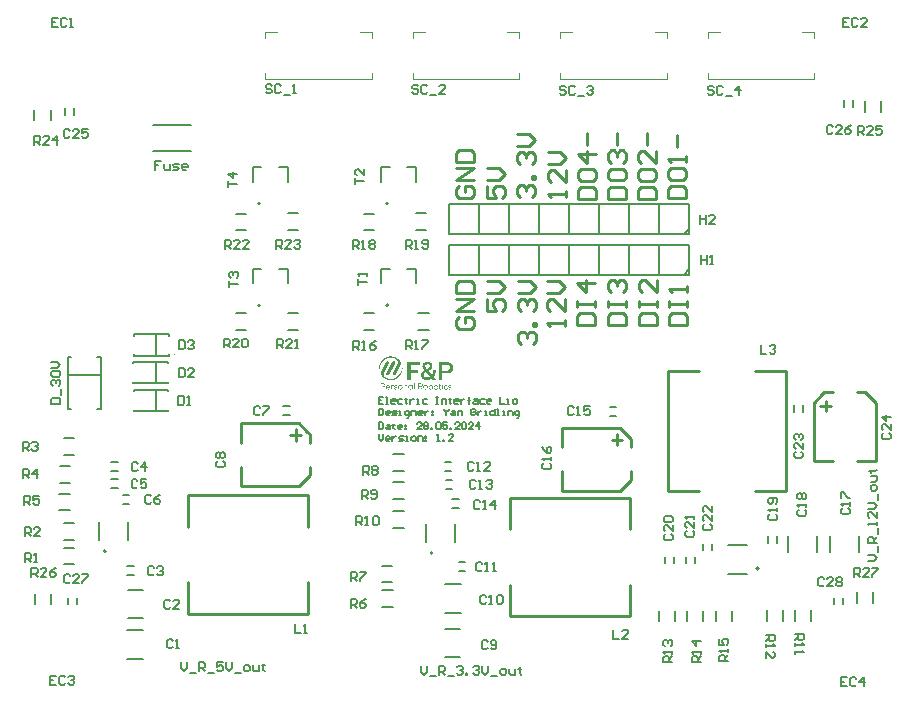
<source format=gto>
G04*
G04 #@! TF.GenerationSoftware,Altium Limited,Altium Designer,22.8.2 (66)*
G04*
G04 Layer_Color=65535*
%FSLAX42Y42*%
%MOMM*%
G71*
G04*
G04 #@! TF.SameCoordinates,0533CB18-9495-43A3-8B9C-2A5BF5C5928D*
G04*
G04*
G04 #@! TF.FilePolarity,Positive*
G04*
G01*
G75*
%ADD10C,0.10*%
%ADD11C,0.20*%
%ADD12C,0.15*%
%ADD13C,0.25*%
%ADD14C,0.15*%
%ADD15C,0.13*%
%ADD16C,0.20*%
G36*
X3200Y2858D02*
X3208D01*
Y2857D01*
X3212D01*
Y2856D01*
X3217D01*
Y2855D01*
X3221D01*
Y2853D01*
X3223D01*
Y2852D01*
X3227D01*
Y2851D01*
X3230D01*
Y2849D01*
X3232D01*
Y2848D01*
X3235D01*
Y2847D01*
X3236D01*
Y2846D01*
X3239D01*
Y2844D01*
X3241D01*
Y2843D01*
X3242D01*
Y2842D01*
X3244D01*
Y2840D01*
X3246D01*
Y2839D01*
X3248D01*
Y2838D01*
X3249D01*
Y2837D01*
X3250D01*
Y2835D01*
X3253D01*
Y2834D01*
X3254D01*
Y2833D01*
X3255D01*
Y2831D01*
X3257D01*
Y2830D01*
X3258D01*
Y2829D01*
X3259D01*
Y2826D01*
X3260D01*
Y2825D01*
X3262D01*
Y2824D01*
X3263D01*
Y2822D01*
X3264D01*
Y2821D01*
X3266D01*
Y2819D01*
X3267D01*
Y2817D01*
X3268D01*
Y2815D01*
X3269D01*
Y2812D01*
X3271D01*
Y2807D01*
X3272D01*
Y2797D01*
X3271D01*
Y2792D01*
X3269D01*
Y2788D01*
X3268D01*
Y2784D01*
X3267D01*
Y2781D01*
X3266D01*
Y2779D01*
X3264D01*
Y2776D01*
X3263D01*
Y2774D01*
X3262D01*
Y2771D01*
X3260D01*
Y2768D01*
X3259D01*
Y2767D01*
X3258D01*
Y2765D01*
X3257D01*
Y2762D01*
X3255D01*
Y2760D01*
X3254D01*
Y2757D01*
X3253D01*
Y2756D01*
Y2754D01*
X3251D01*
Y2752D01*
X3250D01*
Y2749D01*
X3249D01*
Y2748D01*
X3248D01*
Y2745D01*
X3246D01*
Y2743D01*
X3245D01*
Y2740D01*
X3244D01*
Y2738D01*
X3242D01*
Y2735D01*
X3241D01*
Y2733D01*
X3240D01*
Y2730D01*
X3239D01*
Y2729D01*
X3237D01*
Y2726D01*
X3236D01*
Y2724D01*
X3235D01*
Y2721D01*
X3233D01*
Y2718D01*
X3232D01*
Y2716D01*
X3231D01*
Y2713D01*
X3230D01*
Y2712D01*
X3228D01*
Y2709D01*
X3227D01*
Y2707D01*
X3226D01*
Y2704D01*
X3224D01*
Y2703D01*
X3223D01*
Y2702D01*
X3221D01*
Y2700D01*
X3218D01*
Y2699D01*
X3212D01*
Y2700D01*
X3208D01*
Y2702D01*
X3206D01*
Y2703D01*
X3205D01*
Y2704D01*
X3204D01*
Y2706D01*
X3203D01*
Y2708D01*
X3201D01*
Y2717D01*
X3203D01*
Y2720D01*
X3204D01*
Y2722D01*
X3205D01*
Y2725D01*
X3206D01*
Y2727D01*
X3208D01*
Y2730D01*
X3209D01*
Y2733D01*
X3210D01*
Y2734D01*
X3212D01*
Y2736D01*
X3213D01*
Y2739D01*
X3214D01*
Y2742D01*
X3215D01*
Y2744D01*
X3217D01*
Y2747D01*
X3218D01*
Y2748D01*
X3219D01*
Y2751D01*
X3221D01*
Y2753D01*
X3222D01*
Y2756D01*
X3223D01*
Y2758D01*
X3224D01*
Y2761D01*
X3226D01*
Y2763D01*
X3227D01*
Y2765D01*
X3228D01*
Y2767D01*
X3230D01*
Y2770D01*
X3231D01*
Y2772D01*
X3232D01*
Y2775D01*
X3233D01*
Y2777D01*
X3235D01*
Y2780D01*
X3236D01*
Y2783D01*
X3237D01*
Y2785D01*
X3239D01*
Y2786D01*
X3240D01*
Y2789D01*
X3241D01*
Y2792D01*
X3242D01*
Y2794D01*
X3244D01*
Y2798D01*
X3245D01*
Y2802D01*
X3246D01*
Y2817D01*
X3245D01*
Y2821D01*
X3244D01*
Y2824D01*
X3242D01*
Y2826D01*
X3241D01*
Y2828D01*
X3240D01*
Y2829D01*
X3239D01*
Y2830D01*
X3237D01*
Y2831D01*
X3236D01*
Y2833D01*
X3235D01*
Y2834D01*
X3232D01*
Y2835D01*
X3231D01*
Y2837D01*
X3228D01*
Y2838D01*
X3226D01*
Y2839D01*
X3223D01*
Y2840D01*
X3221D01*
Y2842D01*
X3218D01*
Y2843D01*
X3214D01*
Y2844D01*
X3210D01*
Y2846D01*
X3205D01*
Y2847D01*
X3197D01*
Y2848D01*
X3173D01*
Y2847D01*
X3167D01*
Y2846D01*
X3161D01*
Y2844D01*
X3156D01*
Y2843D01*
X3154D01*
Y2842D01*
X3150D01*
Y2840D01*
X3147D01*
Y2839D01*
X3145D01*
Y2838D01*
X3142D01*
Y2837D01*
X3141D01*
Y2835D01*
X3138D01*
Y2834D01*
X3136D01*
Y2833D01*
X3134D01*
Y2831D01*
X3133D01*
Y2830D01*
X3131D01*
Y2829D01*
X3129D01*
Y2828D01*
X3128D01*
Y2826D01*
X3127D01*
Y2825D01*
X3124D01*
Y2824D01*
X3123D01*
Y2822D01*
X3122D01*
Y2821D01*
X3120D01*
Y2820D01*
X3119D01*
Y2819D01*
X3118D01*
Y2816D01*
X3117D01*
Y2815D01*
X3115D01*
Y2813D01*
X3114D01*
Y2812D01*
X3113D01*
Y2810D01*
X3111D01*
Y2808D01*
X3110D01*
Y2807D01*
X3109D01*
Y2804D01*
X3108D01*
Y2803D01*
X3106D01*
Y2801D01*
X3105D01*
Y2798D01*
X3104D01*
Y2797D01*
X3102D01*
Y2794D01*
X3101D01*
Y2792D01*
X3100D01*
Y2789D01*
X3099D01*
Y2786D01*
X3097D01*
Y2783D01*
X3096D01*
Y2780D01*
X3095D01*
Y2776D01*
X3093D01*
Y2771D01*
X3092D01*
Y2766D01*
X3091D01*
Y2757D01*
X3090D01*
Y2743D01*
X3088D01*
Y2748D01*
X3087D01*
Y2774D01*
X3088D01*
Y2781D01*
X3090D01*
Y2786D01*
X3091D01*
Y2792D01*
X3092D01*
Y2794D01*
X3093D01*
Y2798D01*
X3095D01*
Y2801D01*
X3096D01*
Y2804D01*
X3097D01*
Y2807D01*
X3099D01*
Y2810D01*
X3100D01*
Y2811D01*
X3101D01*
Y2813D01*
X3102D01*
Y2815D01*
X3104D01*
Y2817D01*
X3105D01*
Y2819D01*
X3106D01*
Y2821D01*
X3108D01*
Y2822D01*
X3109D01*
Y2824D01*
X3110D01*
Y2825D01*
X3111D01*
Y2828D01*
X3113D01*
Y2829D01*
X3114D01*
Y2830D01*
X3115D01*
Y2831D01*
X3117D01*
Y2833D01*
X3118D01*
Y2834D01*
X3119D01*
Y2835D01*
X3122D01*
Y2837D01*
X3123D01*
Y2838D01*
X3124D01*
Y2839D01*
X3125D01*
Y2840D01*
X3128D01*
Y2842D01*
X3129D01*
Y2843D01*
X3131D01*
Y2844D01*
X3133D01*
Y2846D01*
X3136D01*
Y2847D01*
X3137D01*
Y2848D01*
X3140D01*
Y2849D01*
X3142D01*
Y2851D01*
X3145D01*
Y2852D01*
X3149D01*
Y2853D01*
X3151D01*
Y2855D01*
X3155D01*
Y2856D01*
X3160D01*
Y2857D01*
X3164D01*
Y2858D01*
X3172D01*
Y2860D01*
X3200D01*
Y2858D01*
D02*
G37*
G36*
X3214Y2819D02*
X3218D01*
Y2817D01*
X3219D01*
Y2816D01*
X3221D01*
Y2815D01*
X3222D01*
Y2813D01*
X3223D01*
Y2811D01*
X3224D01*
Y2802D01*
X3223D01*
Y2799D01*
X3222D01*
Y2797D01*
X3221D01*
Y2794D01*
X3219D01*
Y2792D01*
X3218D01*
Y2790D01*
X3217D01*
Y2788D01*
X3215D01*
Y2785D01*
X3214D01*
Y2783D01*
X3213D01*
Y2781D01*
Y2780D01*
X3212D01*
Y2777D01*
X3210D01*
Y2775D01*
X3209D01*
Y2772D01*
X3208D01*
Y2771D01*
X3206D01*
Y2768D01*
X3205D01*
Y2766D01*
X3204D01*
Y2763D01*
X3203D01*
Y2761D01*
X3201D01*
Y2758D01*
X3200D01*
Y2756D01*
X3199D01*
Y2753D01*
X3197D01*
Y2752D01*
X3196D01*
Y2749D01*
X3195D01*
Y2747D01*
X3194D01*
Y2744D01*
X3192D01*
Y2742D01*
X3191D01*
Y2739D01*
X3190D01*
Y2736D01*
X3188D01*
Y2735D01*
X3187D01*
Y2733D01*
X3186D01*
Y2730D01*
X3185D01*
Y2727D01*
X3183D01*
Y2725D01*
X3182D01*
Y2722D01*
X3181D01*
Y2720D01*
X3179D01*
Y2717D01*
X3178D01*
Y2716D01*
X3177D01*
Y2713D01*
X3176D01*
Y2711D01*
X3174D01*
Y2708D01*
X3173D01*
Y2706D01*
X3172D01*
Y2704D01*
X3170D01*
Y2703D01*
X3169D01*
Y2702D01*
X3168D01*
Y2700D01*
X3164D01*
Y2699D01*
X3158D01*
Y2700D01*
X3155D01*
Y2702D01*
X3152D01*
Y2703D01*
X3151D01*
Y2704D01*
X3150D01*
Y2707D01*
X3149D01*
Y2718D01*
X3150D01*
Y2721D01*
X3151D01*
Y2724D01*
X3152D01*
Y2726D01*
X3154D01*
Y2729D01*
X3155D01*
Y2731D01*
X3156D01*
Y2733D01*
X3158D01*
Y2735D01*
X3159D01*
Y2738D01*
X3160D01*
Y2740D01*
X3161D01*
Y2743D01*
X3163D01*
Y2745D01*
X3164D01*
Y2748D01*
X3165D01*
Y2751D01*
X3167D01*
Y2752D01*
X3168D01*
Y2754D01*
X3169D01*
Y2757D01*
X3170D01*
Y2760D01*
X3172D01*
Y2762D01*
X3173D01*
Y2765D01*
X3174D01*
Y2767D01*
X3176D01*
Y2770D01*
X3177D01*
Y2771D01*
X3178D01*
Y2774D01*
X3179D01*
Y2776D01*
X3181D01*
Y2779D01*
X3182D01*
Y2781D01*
X3183D01*
Y2784D01*
X3185D01*
Y2786D01*
X3186D01*
Y2788D01*
X3187D01*
Y2790D01*
X3188D01*
Y2793D01*
X3190D01*
Y2795D01*
X3191D01*
Y2798D01*
X3192D01*
Y2801D01*
X3194D01*
Y2803D01*
X3195D01*
Y2806D01*
X3196D01*
Y2807D01*
X3197D01*
Y2810D01*
X3199D01*
Y2812D01*
X3200D01*
Y2815D01*
X3201D01*
Y2816D01*
X3203D01*
Y2817D01*
X3205D01*
Y2819D01*
X3208D01*
Y2820D01*
X3214D01*
Y2819D01*
D02*
G37*
G36*
X3668Y2811D02*
X3678D01*
Y2810D01*
X3683D01*
Y2808D01*
X3687D01*
Y2807D01*
X3690D01*
Y2806D01*
X3692D01*
Y2804D01*
X3695D01*
Y2803D01*
X3697D01*
Y2802D01*
X3699D01*
Y2801D01*
X3700D01*
Y2799D01*
X3701D01*
Y2798D01*
X3703D01*
Y2797D01*
X3704D01*
Y2795D01*
X3705D01*
Y2794D01*
X3706D01*
Y2793D01*
X3708D01*
Y2790D01*
X3709D01*
Y2788D01*
X3710D01*
Y2784D01*
X3712D01*
Y2780D01*
X3713D01*
Y2775D01*
X3714D01*
Y2762D01*
Y2761D01*
Y2752D01*
X3713D01*
Y2747D01*
X3712D01*
Y2743D01*
X3710D01*
Y2739D01*
X3709D01*
Y2736D01*
X3708D01*
Y2735D01*
X3706D01*
Y2733D01*
X3705D01*
Y2731D01*
X3704D01*
Y2730D01*
X3703D01*
Y2729D01*
X3701D01*
Y2727D01*
X3700D01*
Y2726D01*
X3699D01*
Y2725D01*
X3696D01*
Y2724D01*
X3694D01*
Y2722D01*
X3692D01*
Y2721D01*
X3688D01*
Y2720D01*
X3685D01*
Y2718D01*
X3681D01*
Y2717D01*
X3674D01*
Y2716D01*
X3622D01*
Y2663D01*
X3595D01*
Y2812D01*
X3668D01*
Y2811D01*
D02*
G37*
G36*
X3498Y2813D02*
X3510D01*
Y2812D01*
X3514D01*
Y2811D01*
X3518D01*
Y2810D01*
X3520D01*
Y2808D01*
X3523D01*
Y2807D01*
X3525D01*
Y2806D01*
X3527D01*
Y2804D01*
X3528D01*
Y2803D01*
X3529D01*
Y2802D01*
X3530D01*
Y2801D01*
X3532D01*
Y2799D01*
X3533D01*
Y2797D01*
X3534D01*
Y2795D01*
X3535D01*
Y2792D01*
X3537D01*
Y2788D01*
X3538D01*
Y2770D01*
X3537D01*
Y2766D01*
X3535D01*
Y2763D01*
X3534D01*
Y2761D01*
X3533D01*
Y2758D01*
X3532D01*
Y2757D01*
X3530D01*
Y2754D01*
X3529D01*
Y2753D01*
X3528D01*
Y2752D01*
X3527D01*
Y2751D01*
X3525D01*
Y2749D01*
X3523D01*
Y2748D01*
X3521D01*
Y2747D01*
X3520D01*
Y2745D01*
X3518D01*
Y2744D01*
X3516D01*
Y2743D01*
X3514D01*
Y2742D01*
X3511D01*
Y2740D01*
X3509D01*
Y2739D01*
X3506D01*
Y2736D01*
X3507D01*
Y2735D01*
X3509D01*
Y2733D01*
X3510D01*
Y2731D01*
X3511D01*
Y2730D01*
X3512D01*
Y2729D01*
X3514D01*
Y2727D01*
X3515D01*
Y2726D01*
X3516D01*
Y2725D01*
X3518D01*
Y2724D01*
X3519D01*
Y2722D01*
X3520D01*
Y2721D01*
X3521D01*
Y2720D01*
X3523D01*
Y2717D01*
X3524D01*
Y2716D01*
X3525D01*
Y2715D01*
X3527D01*
Y2713D01*
X3528D01*
Y2712D01*
X3529D01*
Y2711D01*
X3530D01*
Y2709D01*
X3532D01*
Y2708D01*
X3533D01*
Y2707D01*
X3534D01*
Y2706D01*
X3537D01*
Y2708D01*
X3538D01*
Y2711D01*
X3539D01*
Y2715D01*
X3541D01*
Y2720D01*
X3542D01*
Y2742D01*
X3565D01*
Y2739D01*
X3566D01*
Y2727D01*
X3565D01*
Y2718D01*
X3564D01*
Y2713D01*
X3562D01*
Y2708D01*
X3561D01*
Y2706D01*
X3560D01*
Y2702D01*
X3559D01*
Y2699D01*
X3557D01*
Y2698D01*
X3556D01*
Y2695D01*
X3555D01*
Y2693D01*
X3553D01*
Y2691D01*
X3552D01*
Y2690D01*
X3551D01*
Y2686D01*
X3552D01*
Y2685D01*
X3553D01*
Y2684D01*
X3555D01*
Y2682D01*
X3556D01*
Y2681D01*
X3557D01*
Y2680D01*
X3559D01*
Y2679D01*
X3560D01*
Y2677D01*
X3561D01*
Y2676D01*
X3562D01*
Y2675D01*
X3564D01*
Y2672D01*
X3565D01*
Y2671D01*
X3566D01*
Y2670D01*
X3568D01*
Y2668D01*
X3569D01*
Y2667D01*
X3570D01*
Y2666D01*
X3571D01*
Y2664D01*
X3573D01*
Y2663D01*
X3541D01*
Y2664D01*
X3539D01*
Y2666D01*
X3538D01*
Y2667D01*
X3537D01*
Y2668D01*
X3535D01*
Y2671D01*
X3534D01*
Y2672D01*
X3532D01*
Y2671D01*
X3529D01*
Y2670D01*
X3527D01*
Y2668D01*
X3524D01*
Y2667D01*
X3521D01*
Y2666D01*
X3518D01*
Y2664D01*
X3514D01*
Y2663D01*
X3510D01*
Y2662D01*
X3502D01*
Y2661D01*
X3482D01*
Y2662D01*
X3475D01*
Y2663D01*
X3470D01*
Y2664D01*
X3466D01*
Y2666D01*
X3464D01*
Y2667D01*
X3461D01*
Y2668D01*
X3460D01*
Y2670D01*
X3457D01*
Y2671D01*
X3456D01*
Y2672D01*
X3455D01*
Y2673D01*
X3453D01*
Y2675D01*
X3452D01*
Y2676D01*
X3451D01*
Y2677D01*
X3449D01*
Y2680D01*
X3448D01*
Y2681D01*
X3447D01*
Y2684D01*
X3446D01*
Y2688D01*
X3444D01*
Y2693D01*
X3443D01*
Y2711D01*
X3444D01*
Y2716D01*
X3446D01*
Y2718D01*
X3447D01*
Y2722D01*
X3448D01*
Y2724D01*
X3449D01*
Y2726D01*
X3451D01*
Y2727D01*
X3452D01*
Y2730D01*
X3453D01*
Y2731D01*
X3455D01*
Y2733D01*
X3456D01*
Y2734D01*
X3457D01*
Y2735D01*
X3458D01*
Y2736D01*
X3461D01*
Y2738D01*
X3462D01*
Y2739D01*
X3464D01*
Y2740D01*
X3466D01*
Y2742D01*
X3467D01*
Y2743D01*
X3469D01*
Y2744D01*
X3467D01*
Y2747D01*
X3466D01*
Y2748D01*
X3465D01*
Y2749D01*
X3464D01*
Y2752D01*
X3462D01*
Y2753D01*
X3461D01*
Y2756D01*
X3460D01*
Y2757D01*
X3458D01*
Y2760D01*
X3457D01*
Y2763D01*
X3456D01*
Y2767D01*
X3455D01*
Y2774D01*
X3453D01*
Y2780D01*
X3455D01*
Y2788D01*
X3456D01*
Y2792D01*
X3457D01*
Y2794D01*
X3458D01*
Y2797D01*
X3460D01*
Y2798D01*
X3461D01*
Y2801D01*
X3462D01*
Y2802D01*
X3464D01*
Y2803D01*
X3465D01*
Y2804D01*
X3466D01*
Y2806D01*
X3469D01*
Y2807D01*
X3470D01*
Y2808D01*
X3473D01*
Y2810D01*
X3475D01*
Y2811D01*
X3479D01*
Y2812D01*
X3484D01*
Y2813D01*
X3494D01*
Y2815D01*
X3498D01*
Y2813D01*
D02*
G37*
G36*
X3437Y2806D02*
Y2804D01*
Y2788D01*
X3353D01*
Y2748D01*
X3420D01*
Y2724D01*
X3353D01*
Y2663D01*
X3326D01*
Y2812D01*
X3437D01*
Y2806D01*
D02*
G37*
G36*
X3161Y2819D02*
X3164D01*
Y2817D01*
X3167D01*
Y2816D01*
X3168D01*
Y2815D01*
X3169D01*
Y2812D01*
X3170D01*
Y2808D01*
X3172D01*
Y2804D01*
X3170D01*
Y2801D01*
X3169D01*
Y2798D01*
X3168D01*
Y2795D01*
X3167D01*
Y2793D01*
X3165D01*
Y2790D01*
X3164D01*
Y2789D01*
X3163D01*
Y2786D01*
X3161D01*
Y2784D01*
X3160D01*
Y2781D01*
X3159D01*
Y2779D01*
X3158D01*
Y2776D01*
X3156D01*
Y2775D01*
X3155D01*
Y2772D01*
X3154D01*
Y2770D01*
X3152D01*
Y2767D01*
X3151D01*
Y2765D01*
X3150D01*
Y2762D01*
X3149D01*
Y2760D01*
X3147D01*
Y2758D01*
X3146D01*
Y2756D01*
X3145D01*
Y2753D01*
X3143D01*
Y2751D01*
X3142D01*
Y2748D01*
X3141D01*
Y2745D01*
X3140D01*
Y2743D01*
X3138D01*
Y2740D01*
X3137D01*
Y2739D01*
X3136D01*
Y2736D01*
X3134D01*
Y2734D01*
X3133D01*
Y2731D01*
X3132D01*
Y2729D01*
X3131D01*
Y2726D01*
X3129D01*
Y2724D01*
X3128D01*
Y2720D01*
X3127D01*
Y2715D01*
X3125D01*
Y2704D01*
X3127D01*
Y2699D01*
X3128D01*
Y2697D01*
X3129D01*
Y2694D01*
X3131D01*
Y2693D01*
X3132D01*
Y2690D01*
X3133D01*
Y2689D01*
X3134D01*
Y2688D01*
X3136D01*
Y2686D01*
X3137D01*
Y2685D01*
X3140D01*
Y2684D01*
X3142D01*
Y2682D01*
X3143D01*
Y2681D01*
X3146D01*
Y2680D01*
X3149D01*
Y2679D01*
X3151D01*
Y2677D01*
X3155D01*
Y2676D01*
X3158D01*
Y2675D01*
X3163D01*
Y2673D01*
X3168D01*
Y2672D01*
X3174D01*
Y2671D01*
X3199D01*
Y2672D01*
X3206D01*
Y2673D01*
X3212D01*
Y2675D01*
X3215D01*
Y2676D01*
X3219D01*
Y2677D01*
X3222D01*
Y2679D01*
X3224D01*
Y2680D01*
X3227D01*
Y2681D01*
X3230D01*
Y2682D01*
X3232D01*
Y2684D01*
X3233D01*
Y2685D01*
X3236D01*
Y2686D01*
X3237D01*
Y2688D01*
X3240D01*
Y2689D01*
X3241D01*
Y2690D01*
X3242D01*
Y2691D01*
X3245D01*
Y2693D01*
X3246D01*
Y2694D01*
X3248D01*
Y2695D01*
X3249D01*
Y2697D01*
X3250D01*
Y2698D01*
X3251D01*
Y2699D01*
X3253D01*
Y2700D01*
X3254D01*
Y2702D01*
X3255D01*
Y2703D01*
X3257D01*
Y2706D01*
X3258D01*
Y2707D01*
X3259D01*
Y2708D01*
X3260D01*
Y2709D01*
X3262D01*
Y2712D01*
X3263D01*
Y2713D01*
X3264D01*
Y2716D01*
X3266D01*
Y2717D01*
X3267D01*
Y2720D01*
X3268D01*
Y2722D01*
X3269D01*
Y2724D01*
X3271D01*
Y2726D01*
X3272D01*
Y2729D01*
X3273D01*
Y2733D01*
X3275D01*
Y2735D01*
X3276D01*
Y2738D01*
X3277D01*
Y2742D01*
X3278D01*
Y2745D01*
X3280D01*
Y2752D01*
X3281D01*
Y2758D01*
X3282D01*
Y2777D01*
X3284D01*
Y2774D01*
X3285D01*
Y2762D01*
X3286D01*
Y2753D01*
X3285D01*
Y2742D01*
X3284D01*
Y2735D01*
X3282D01*
Y2731D01*
X3281D01*
Y2726D01*
X3280D01*
Y2724D01*
X3278D01*
Y2720D01*
X3277D01*
Y2717D01*
X3276D01*
Y2715D01*
X3275D01*
Y2712D01*
X3273D01*
Y2709D01*
X3272D01*
Y2707D01*
X3271D01*
Y2706D01*
X3269D01*
Y2703D01*
X3268D01*
Y2702D01*
X3267D01*
Y2699D01*
X3266D01*
Y2698D01*
X3264D01*
Y2697D01*
X3263D01*
Y2694D01*
X3262D01*
Y2693D01*
X3260D01*
Y2691D01*
X3259D01*
Y2690D01*
X3258D01*
Y2689D01*
X3257D01*
Y2688D01*
X3255D01*
Y2686D01*
X3254D01*
Y2685D01*
X3253D01*
Y2684D01*
X3251D01*
Y2682D01*
X3250D01*
Y2681D01*
X3248D01*
Y2680D01*
X3246D01*
Y2679D01*
X3245D01*
Y2677D01*
X3242D01*
Y2676D01*
X3241D01*
Y2675D01*
X3239D01*
Y2673D01*
X3237D01*
Y2672D01*
X3235D01*
Y2671D01*
X3232D01*
Y2670D01*
X3230D01*
Y2668D01*
X3227D01*
Y2667D01*
X3224D01*
Y2666D01*
X3221D01*
Y2664D01*
X3217D01*
Y2663D01*
X3213D01*
Y2662D01*
X3208D01*
Y2661D01*
X3200D01*
Y2659D01*
X3172D01*
Y2661D01*
X3165D01*
Y2662D01*
X3160D01*
Y2663D01*
X3156D01*
Y2664D01*
X3152D01*
Y2666D01*
X3149D01*
Y2667D01*
X3146D01*
Y2668D01*
X3143D01*
Y2670D01*
X3141D01*
Y2671D01*
X3138D01*
Y2672D01*
X3136D01*
Y2673D01*
X3133D01*
Y2675D01*
X3132D01*
Y2676D01*
X3129D01*
Y2677D01*
X3128D01*
Y2679D01*
X3127D01*
Y2680D01*
X3124D01*
Y2681D01*
X3123D01*
Y2682D01*
X3122D01*
Y2684D01*
X3120D01*
Y2685D01*
X3119D01*
Y2686D01*
X3118D01*
Y2688D01*
X3117D01*
Y2689D01*
X3115D01*
Y2690D01*
X3114D01*
Y2691D01*
X3113D01*
Y2693D01*
X3111D01*
Y2694D01*
X3110D01*
Y2695D01*
X3109D01*
Y2698D01*
X3108D01*
Y2699D01*
X3106D01*
Y2700D01*
X3105D01*
Y2703D01*
X3104D01*
Y2706D01*
X3102D01*
Y2708D01*
X3101D01*
Y2716D01*
X3100D01*
Y2718D01*
X3101D01*
Y2726D01*
X3102D01*
Y2730D01*
X3104D01*
Y2734D01*
X3105D01*
Y2736D01*
X3106D01*
Y2739D01*
X3108D01*
Y2742D01*
X3109D01*
Y2744D01*
X3110D01*
Y2747D01*
X3111D01*
Y2749D01*
X3113D01*
Y2752D01*
X3114D01*
Y2754D01*
X3115D01*
Y2756D01*
X3117D01*
Y2758D01*
X3118D01*
Y2761D01*
X3119D01*
Y2763D01*
X3120D01*
Y2766D01*
X3122D01*
Y2768D01*
X3123D01*
Y2771D01*
X3124D01*
Y2774D01*
X3125D01*
Y2775D01*
X3127D01*
Y2777D01*
X3128D01*
Y2780D01*
X3129D01*
Y2783D01*
X3131D01*
Y2785D01*
X3132D01*
Y2788D01*
X3133D01*
Y2790D01*
X3134D01*
Y2793D01*
X3136D01*
Y2794D01*
X3137D01*
Y2797D01*
X3138D01*
Y2799D01*
X3140D01*
Y2802D01*
X3141D01*
Y2804D01*
X3142D01*
Y2807D01*
X3143D01*
Y2810D01*
X3145D01*
Y2812D01*
X3146D01*
Y2813D01*
X3147D01*
Y2815D01*
X3149D01*
Y2816D01*
X3150D01*
Y2817D01*
X3151D01*
Y2819D01*
X3154D01*
Y2820D01*
X3161D01*
Y2819D01*
D02*
G37*
G36*
X3625Y2631D02*
X3627D01*
Y2630D01*
X3628D01*
Y2626D01*
X3627D01*
Y2625D01*
X3622D01*
Y2627D01*
X3620D01*
Y2628D01*
X3622D01*
Y2631D01*
X3624D01*
Y2632D01*
X3625D01*
Y2631D01*
D02*
G37*
G36*
X3316Y2617D02*
X3320D01*
Y2616D01*
X3322D01*
Y2614D01*
X3323D01*
Y2613D01*
X3325D01*
Y2610D01*
X3326D01*
Y2608D01*
X3327D01*
Y2581D01*
X3322D01*
Y2605D01*
X3321D01*
Y2608D01*
X3320D01*
Y2609D01*
X3318D01*
Y2610D01*
X3317D01*
Y2612D01*
X3314D01*
Y2613D01*
X3308D01*
Y2612D01*
X3305D01*
Y2610D01*
X3303D01*
Y2609D01*
X3302D01*
Y2607D01*
X3300D01*
Y2601D01*
X3299D01*
Y2586D01*
Y2585D01*
Y2581D01*
X3294D01*
Y2617D01*
X3299D01*
Y2612D01*
X3300D01*
Y2613D01*
X3302D01*
Y2614D01*
X3303D01*
Y2616D01*
X3304D01*
Y2617D01*
X3309D01*
Y2618D01*
X3316D01*
Y2617D01*
D02*
G37*
G36*
X3208D02*
X3210D01*
Y2616D01*
X3212D01*
Y2612D01*
X3200D01*
Y2610D01*
X3197D01*
Y2609D01*
Y2608D01*
X3196D01*
Y2605D01*
X3195D01*
Y2581D01*
X3188D01*
Y2617D01*
X3194D01*
Y2612D01*
X3195D01*
Y2614D01*
X3196D01*
Y2616D01*
X3199D01*
Y2617D01*
X3203D01*
Y2618D01*
X3208D01*
Y2617D01*
D02*
G37*
G36*
X3691D02*
X3696D01*
Y2616D01*
X3697D01*
Y2614D01*
X3699D01*
Y2609D01*
X3696D01*
Y2610D01*
X3695D01*
Y2612D01*
X3690D01*
Y2613D01*
X3683D01*
Y2612D01*
X3681D01*
Y2610D01*
X3679D01*
Y2609D01*
X3678D01*
Y2604D01*
X3679D01*
Y2603D01*
X3683D01*
Y2601D01*
X3694D01*
Y2600D01*
X3696D01*
Y2599D01*
X3697D01*
Y2598D01*
X3699D01*
Y2596D01*
X3700D01*
Y2586D01*
X3699D01*
Y2585D01*
X3697D01*
Y2583D01*
X3696D01*
Y2582D01*
X3695D01*
Y2581D01*
X3691D01*
Y2580D01*
X3679D01*
Y2581D01*
X3676D01*
Y2582D01*
X3673D01*
Y2583D01*
X3672D01*
Y2590D01*
X3673D01*
Y2589D01*
X3674D01*
Y2587D01*
X3677D01*
Y2586D01*
X3681D01*
Y2585D01*
X3690D01*
Y2586D01*
X3692D01*
Y2587D01*
X3694D01*
Y2589D01*
X3695D01*
Y2594D01*
X3694D01*
Y2595D01*
X3690D01*
Y2596D01*
X3681D01*
Y2598D01*
X3677D01*
Y2599D01*
X3674D01*
Y2601D01*
X3673D01*
Y2605D01*
X3672D01*
Y2607D01*
X3673D01*
Y2610D01*
Y2612D01*
X3674D01*
Y2613D01*
X3676D01*
Y2614D01*
X3677D01*
Y2616D01*
X3678D01*
Y2617D01*
X3683D01*
Y2618D01*
X3691D01*
Y2617D01*
D02*
G37*
G36*
X3233D02*
X3239D01*
Y2616D01*
X3241D01*
Y2609D01*
X3240D01*
Y2610D01*
X3237D01*
Y2612D01*
X3232D01*
Y2613D01*
X3227D01*
Y2612D01*
X3223D01*
Y2610D01*
X3222D01*
Y2609D01*
X3221D01*
Y2604D01*
X3222D01*
Y2603D01*
X3227D01*
Y2601D01*
X3236D01*
Y2600D01*
X3239D01*
Y2599D01*
X3241D01*
Y2596D01*
X3242D01*
Y2592D01*
X3244D01*
Y2589D01*
X3242D01*
Y2586D01*
X3241D01*
Y2583D01*
X3240D01*
Y2582D01*
X3237D01*
Y2581D01*
X3233D01*
Y2580D01*
X3223D01*
Y2581D01*
X3218D01*
Y2582D01*
X3217D01*
Y2583D01*
X3215D01*
Y2590D01*
X3217D01*
Y2589D01*
X3218D01*
Y2587D01*
X3219D01*
Y2586D01*
X3223D01*
Y2585D01*
X3233D01*
Y2586D01*
X3235D01*
Y2587D01*
X3236D01*
Y2589D01*
X3237D01*
Y2594D01*
X3236D01*
Y2595D01*
X3233D01*
Y2596D01*
X3223D01*
Y2598D01*
X3219D01*
Y2599D01*
X3218D01*
Y2600D01*
X3217D01*
Y2601D01*
X3215D01*
Y2610D01*
X3217D01*
Y2613D01*
X3218D01*
Y2614D01*
X3219D01*
Y2616D01*
X3222D01*
Y2617D01*
X3226D01*
Y2618D01*
X3233D01*
Y2617D01*
D02*
G37*
G36*
X3658D02*
X3663D01*
Y2616D01*
X3665D01*
Y2614D01*
X3667D01*
Y2608D01*
X3665D01*
Y2609D01*
X3663D01*
Y2610D01*
X3661D01*
Y2612D01*
X3658D01*
Y2613D01*
X3651D01*
Y2612D01*
X3647D01*
Y2610D01*
X3645D01*
Y2609D01*
X3643D01*
Y2608D01*
X3642D01*
Y2605D01*
X3641D01*
Y2599D01*
X3640D01*
Y2598D01*
X3641D01*
Y2592D01*
X3642D01*
Y2590D01*
X3643D01*
Y2589D01*
X3645D01*
Y2587D01*
X3647D01*
Y2586D01*
X3650D01*
Y2585D01*
X3659D01*
Y2586D01*
X3661D01*
Y2587D01*
X3664D01*
Y2589D01*
X3665D01*
Y2590D01*
X3667D01*
Y2583D01*
X3665D01*
Y2582D01*
X3663D01*
Y2581D01*
X3659D01*
Y2580D01*
X3649D01*
Y2581D01*
X3645D01*
Y2582D01*
X3642D01*
Y2583D01*
X3641D01*
Y2585D01*
X3640D01*
Y2586D01*
X3638D01*
Y2587D01*
X3637D01*
Y2590D01*
X3636D01*
Y2594D01*
X3634D01*
Y2604D01*
X3636D01*
Y2608D01*
X3637D01*
Y2610D01*
X3638D01*
Y2612D01*
X3640D01*
Y2613D01*
X3641D01*
Y2614D01*
X3643D01*
Y2616D01*
X3646D01*
Y2617D01*
X3650D01*
Y2618D01*
X3658D01*
Y2617D01*
D02*
G37*
G36*
X3627Y2595D02*
Y2594D01*
Y2581D01*
X3622D01*
Y2617D01*
X3627D01*
Y2595D01*
D02*
G37*
G36*
X3443Y2631D02*
X3447D01*
Y2630D01*
X3449D01*
Y2628D01*
X3451D01*
Y2627D01*
X3452D01*
Y2626D01*
X3453D01*
Y2625D01*
X3455D01*
Y2619D01*
X3456D01*
Y2613D01*
X3455D01*
Y2609D01*
X3453D01*
Y2607D01*
X3452D01*
Y2605D01*
X3451D01*
Y2604D01*
X3449D01*
Y2603D01*
X3446D01*
Y2601D01*
X3443D01*
Y2600D01*
X3444D01*
Y2599D01*
X3446D01*
Y2596D01*
X3447D01*
Y2595D01*
X3448D01*
Y2592D01*
X3449D01*
Y2591D01*
X3451D01*
Y2589D01*
X3452D01*
Y2587D01*
X3453D01*
Y2585D01*
X3455D01*
Y2583D01*
X3456D01*
Y2581D01*
X3449D01*
Y2582D01*
X3448D01*
Y2583D01*
X3447D01*
Y2586D01*
X3446D01*
Y2587D01*
X3444D01*
Y2590D01*
X3443D01*
Y2591D01*
X3442D01*
Y2594D01*
X3440D01*
Y2596D01*
X3439D01*
Y2598D01*
X3438D01*
Y2600D01*
X3421D01*
Y2581D01*
X3415D01*
Y2632D01*
X3443D01*
Y2631D01*
D02*
G37*
G36*
X3388Y2617D02*
Y2616D01*
Y2581D01*
X3381D01*
Y2635D01*
X3388D01*
Y2617D01*
D02*
G37*
G36*
X3357D02*
X3361D01*
Y2616D01*
X3363D01*
Y2614D01*
X3365D01*
Y2613D01*
X3366D01*
Y2612D01*
X3367D01*
Y2617D01*
X3372D01*
Y2612D01*
Y2610D01*
Y2581D01*
X3367D01*
Y2585D01*
X3366D01*
Y2583D01*
X3363D01*
Y2582D01*
X3362D01*
Y2581D01*
X3358D01*
Y2580D01*
X3348D01*
Y2581D01*
X3344D01*
Y2582D01*
X3343D01*
Y2583D01*
X3340D01*
Y2585D01*
X3339D01*
Y2586D01*
X3338D01*
Y2589D01*
X3336D01*
Y2591D01*
X3335D01*
Y2596D01*
X3334D01*
Y2600D01*
X3335D01*
Y2607D01*
X3336D01*
Y2609D01*
X3338D01*
Y2610D01*
X3339D01*
Y2612D01*
X3340D01*
Y2613D01*
X3341D01*
Y2614D01*
X3343D01*
Y2616D01*
X3345D01*
Y2617D01*
X3349D01*
Y2618D01*
X3357D01*
Y2617D01*
D02*
G37*
G36*
X3128Y2631D02*
X3132D01*
Y2630D01*
X3134D01*
Y2628D01*
X3136D01*
Y2627D01*
X3137D01*
Y2626D01*
X3138D01*
Y2625D01*
X3140D01*
Y2619D01*
X3141D01*
Y2613D01*
X3140D01*
Y2608D01*
X3138D01*
Y2607D01*
X3137D01*
Y2604D01*
X3134D01*
Y2603D01*
X3133D01*
Y2601D01*
X3129D01*
Y2600D01*
X3106D01*
Y2581D01*
X3100D01*
Y2618D01*
Y2619D01*
Y2631D01*
X3101D01*
Y2632D01*
X3128D01*
Y2631D01*
D02*
G37*
G36*
X3602Y2626D02*
X3604D01*
Y2617D01*
X3615D01*
Y2612D01*
X3604D01*
Y2587D01*
X3605D01*
Y2586D01*
X3606D01*
Y2585D01*
X3613D01*
Y2586D01*
X3615D01*
Y2581D01*
X3613D01*
Y2580D01*
X3605D01*
Y2581D01*
X3602D01*
Y2582D01*
X3601D01*
Y2583D01*
X3600D01*
Y2585D01*
X3598D01*
Y2587D01*
X3597D01*
Y2612D01*
X3591D01*
Y2617D01*
X3597D01*
Y2621D01*
X3598D01*
Y2627D01*
X3602D01*
Y2626D01*
D02*
G37*
G36*
X3573Y2617D02*
X3577D01*
Y2616D01*
X3579D01*
Y2614D01*
X3582D01*
Y2613D01*
X3583D01*
Y2612D01*
X3584D01*
Y2610D01*
X3586D01*
Y2608D01*
X3587D01*
Y2604D01*
X3588D01*
Y2592D01*
X3587D01*
Y2590D01*
X3586D01*
Y2587D01*
X3584D01*
Y2586D01*
X3583D01*
Y2585D01*
X3582D01*
Y2583D01*
X3580D01*
Y2582D01*
X3578D01*
Y2581D01*
X3574D01*
Y2580D01*
X3564D01*
Y2581D01*
X3560D01*
Y2582D01*
X3557D01*
Y2583D01*
X3556D01*
Y2585D01*
X3555D01*
Y2586D01*
X3553D01*
Y2587D01*
X3552D01*
Y2590D01*
X3551D01*
Y2594D01*
X3550D01*
Y2604D01*
X3551D01*
Y2608D01*
X3552D01*
Y2609D01*
X3553D01*
Y2612D01*
X3555D01*
Y2613D01*
X3556D01*
Y2614D01*
X3559D01*
Y2616D01*
X3561D01*
Y2617D01*
X3565D01*
Y2618D01*
X3573D01*
Y2617D01*
D02*
G37*
G36*
X3512Y2613D02*
X3514D01*
Y2614D01*
X3515D01*
Y2616D01*
X3518D01*
Y2617D01*
X3523D01*
Y2618D01*
X3529D01*
Y2617D01*
X3534D01*
Y2616D01*
X3537D01*
Y2614D01*
X3538D01*
Y2613D01*
X3539D01*
Y2612D01*
X3541D01*
Y2610D01*
X3542D01*
Y2608D01*
X3543D01*
Y2604D01*
X3544D01*
Y2598D01*
Y2596D01*
Y2592D01*
X3543D01*
Y2590D01*
X3542D01*
Y2587D01*
X3541D01*
Y2586D01*
X3539D01*
Y2585D01*
X3538D01*
Y2583D01*
X3537D01*
Y2582D01*
X3534D01*
Y2581D01*
X3530D01*
Y2580D01*
X3521D01*
Y2581D01*
X3518D01*
Y2582D01*
X3515D01*
Y2583D01*
X3514D01*
Y2585D01*
X3512D01*
Y2586D01*
X3511D01*
Y2581D01*
X3506D01*
Y2635D01*
X3512D01*
Y2613D01*
D02*
G37*
G36*
X3483Y2617D02*
X3488D01*
Y2616D01*
X3491D01*
Y2614D01*
X3492D01*
Y2613D01*
X3493D01*
Y2612D01*
X3494D01*
Y2610D01*
X3496D01*
Y2609D01*
X3497D01*
Y2607D01*
X3498D01*
Y2601D01*
X3500D01*
Y2596D01*
X3498D01*
Y2591D01*
X3497D01*
Y2589D01*
X3496D01*
Y2587D01*
X3494D01*
Y2585D01*
X3493D01*
Y2583D01*
X3491D01*
Y2582D01*
X3488D01*
Y2581D01*
X3484D01*
Y2580D01*
X3475D01*
Y2581D01*
X3471D01*
Y2582D01*
X3469D01*
Y2583D01*
X3467D01*
Y2585D01*
X3466D01*
Y2586D01*
X3465D01*
Y2587D01*
X3464D01*
Y2589D01*
X3462D01*
Y2591D01*
X3461D01*
Y2605D01*
X3462D01*
Y2609D01*
X3464D01*
Y2610D01*
X3465D01*
Y2612D01*
X3466D01*
Y2613D01*
X3467D01*
Y2614D01*
X3469D01*
Y2616D01*
X3471D01*
Y2617D01*
X3476D01*
Y2618D01*
X3483D01*
Y2617D01*
D02*
G37*
G36*
X3271D02*
X3275D01*
Y2616D01*
X3278D01*
Y2614D01*
X3280D01*
Y2613D01*
X3281D01*
Y2612D01*
X3282D01*
Y2610D01*
X3284D01*
Y2608D01*
X3285D01*
Y2605D01*
X3286D01*
Y2594D01*
Y2592D01*
X3285D01*
Y2589D01*
X3284D01*
Y2587D01*
X3282D01*
Y2586D01*
X3281D01*
Y2585D01*
X3280D01*
Y2583D01*
X3278D01*
Y2582D01*
X3276D01*
Y2581D01*
X3272D01*
Y2580D01*
X3262D01*
Y2581D01*
X3258D01*
Y2582D01*
X3257D01*
Y2583D01*
X3254D01*
Y2585D01*
X3253D01*
Y2586D01*
X3251D01*
Y2589D01*
X3250D01*
Y2590D01*
X3249D01*
Y2595D01*
X3248D01*
Y2603D01*
X3249D01*
Y2607D01*
X3250D01*
Y2609D01*
X3251D01*
Y2610D01*
X3253D01*
Y2613D01*
X3255D01*
Y2614D01*
X3257D01*
Y2616D01*
X3259D01*
Y2617D01*
X3264D01*
Y2618D01*
X3271D01*
Y2617D01*
D02*
G37*
G36*
X3167D02*
X3172D01*
Y2616D01*
X3174D01*
Y2614D01*
X3176D01*
Y2613D01*
X3177D01*
Y2612D01*
X3178D01*
Y2610D01*
X3179D01*
Y2608D01*
X3181D01*
Y2601D01*
X3182D01*
Y2598D01*
X3181D01*
Y2596D01*
X3150D01*
Y2594D01*
X3151D01*
Y2592D01*
Y2591D01*
X3152D01*
Y2589D01*
X3155D01*
Y2587D01*
X3156D01*
Y2586D01*
X3160D01*
Y2585D01*
X3170D01*
Y2586D01*
X3174D01*
Y2587D01*
X3176D01*
Y2589D01*
X3178D01*
Y2590D01*
X3179D01*
Y2585D01*
X3178D01*
Y2583D01*
X3177D01*
Y2582D01*
X3174D01*
Y2581D01*
X3170D01*
Y2580D01*
X3159D01*
Y2581D01*
X3155D01*
Y2582D01*
X3152D01*
Y2583D01*
X3150D01*
Y2585D01*
X3149D01*
Y2586D01*
X3147D01*
Y2589D01*
X3146D01*
Y2591D01*
X3145D01*
Y2595D01*
X3143D01*
Y2603D01*
X3145D01*
Y2607D01*
X3146D01*
Y2609D01*
X3147D01*
Y2610D01*
X3149D01*
Y2613D01*
X3151D01*
Y2614D01*
X3152D01*
Y2616D01*
X3155D01*
Y2617D01*
X3159D01*
Y2618D01*
X3167D01*
Y2617D01*
D02*
G37*
%LPC*%
G36*
X3664Y2788D02*
X3622D01*
Y2775D01*
Y2774D01*
Y2740D01*
X3669D01*
Y2742D01*
X3673D01*
Y2743D01*
X3676D01*
Y2744D01*
X3678D01*
Y2745D01*
X3679D01*
Y2747D01*
X3681D01*
Y2748D01*
X3682D01*
Y2749D01*
X3683D01*
Y2751D01*
X3685D01*
Y2753D01*
X3686D01*
Y2760D01*
X3687D01*
Y2767D01*
X3686D01*
Y2774D01*
X3685D01*
Y2776D01*
X3683D01*
Y2779D01*
X3682D01*
Y2780D01*
X3681D01*
Y2781D01*
X3679D01*
Y2783D01*
X3677D01*
Y2784D01*
X3674D01*
Y2785D01*
X3672D01*
Y2786D01*
X3664D01*
Y2788D01*
D02*
G37*
G36*
X3498Y2793D02*
X3497D01*
Y2792D01*
X3489D01*
Y2790D01*
X3485D01*
Y2789D01*
X3484D01*
Y2788D01*
X3483D01*
Y2786D01*
X3482D01*
Y2785D01*
X3480D01*
Y2784D01*
X3479D01*
Y2781D01*
Y2780D01*
X3478D01*
Y2774D01*
X3479D01*
Y2768D01*
X3480D01*
Y2766D01*
X3482D01*
Y2763D01*
X3483D01*
Y2762D01*
X3484D01*
Y2761D01*
X3485D01*
Y2758D01*
X3487D01*
Y2757D01*
X3488D01*
Y2756D01*
X3489D01*
Y2754D01*
X3491D01*
Y2753D01*
X3492D01*
Y2754D01*
X3494D01*
Y2756D01*
X3497D01*
Y2757D01*
X3500D01*
Y2758D01*
X3502D01*
Y2760D01*
X3505D01*
Y2761D01*
X3506D01*
Y2762D01*
X3509D01*
Y2763D01*
X3510D01*
Y2765D01*
X3511D01*
Y2766D01*
X3512D01*
Y2767D01*
X3514D01*
Y2770D01*
X3515D01*
Y2772D01*
X3516D01*
Y2783D01*
X3515D01*
Y2785D01*
X3514D01*
Y2786D01*
X3512D01*
Y2788D01*
X3511D01*
Y2789D01*
X3509D01*
Y2790D01*
X3506D01*
Y2792D01*
X3498D01*
Y2793D01*
D02*
G37*
G36*
X3484Y2727D02*
X3483D01*
Y2726D01*
X3480D01*
Y2725D01*
X3479D01*
Y2724D01*
X3478D01*
Y2722D01*
X3475D01*
Y2721D01*
X3474D01*
Y2718D01*
X3473D01*
Y2717D01*
X3471D01*
Y2716D01*
X3470D01*
Y2713D01*
X3469D01*
Y2709D01*
X3467D01*
Y2698D01*
X3469D01*
Y2694D01*
X3470D01*
Y2693D01*
X3471D01*
Y2690D01*
X3473D01*
Y2689D01*
X3474D01*
Y2688D01*
X3475D01*
Y2686D01*
X3478D01*
Y2685D01*
X3480D01*
Y2684D01*
X3484D01*
Y2682D01*
X3505D01*
Y2684D01*
X3510D01*
Y2685D01*
X3514D01*
Y2686D01*
X3516D01*
Y2688D01*
X3519D01*
Y2689D01*
X3518D01*
Y2690D01*
X3516D01*
Y2691D01*
X3515D01*
Y2693D01*
X3514D01*
Y2694D01*
X3512D01*
Y2697D01*
X3511D01*
Y2698D01*
X3510D01*
Y2699D01*
X3509D01*
Y2700D01*
X3507D01*
Y2702D01*
X3506D01*
Y2703D01*
X3505D01*
Y2704D01*
X3503D01*
Y2706D01*
X3502D01*
Y2708D01*
X3501D01*
Y2709D01*
X3500D01*
Y2711D01*
X3498D01*
Y2712D01*
X3497D01*
Y2713D01*
X3496D01*
Y2715D01*
X3494D01*
Y2716D01*
X3493D01*
Y2717D01*
X3492D01*
Y2718D01*
X3491D01*
Y2721D01*
X3489D01*
Y2722D01*
X3488D01*
Y2724D01*
X3487D01*
Y2725D01*
X3485D01*
Y2726D01*
X3484D01*
Y2727D01*
D02*
G37*
G36*
X3444Y2626D02*
X3421D01*
Y2607D01*
X3443D01*
Y2608D01*
X3446D01*
Y2609D01*
X3447D01*
Y2610D01*
X3448D01*
Y2613D01*
X3449D01*
Y2619D01*
X3448D01*
Y2622D01*
X3447D01*
Y2623D01*
X3446D01*
Y2625D01*
X3444D01*
Y2626D01*
D02*
G37*
G36*
X3357Y2613D02*
X3350D01*
Y2612D01*
X3347D01*
Y2610D01*
X3345D01*
Y2609D01*
X3344D01*
Y2608D01*
X3343D01*
Y2607D01*
X3341D01*
Y2604D01*
X3340D01*
Y2594D01*
X3341D01*
Y2591D01*
X3343D01*
Y2589D01*
X3344D01*
Y2587D01*
X3347D01*
Y2586D01*
X3349D01*
Y2585D01*
X3358D01*
Y2586D01*
X3361D01*
Y2587D01*
X3362D01*
Y2589D01*
X3363D01*
Y2590D01*
X3365D01*
Y2591D01*
X3366D01*
Y2594D01*
X3367D01*
Y2604D01*
X3366D01*
Y2607D01*
X3365D01*
Y2608D01*
X3363D01*
Y2609D01*
X3362D01*
Y2610D01*
X3361D01*
Y2612D01*
X3357D01*
Y2613D01*
D02*
G37*
G36*
X3129Y2626D02*
X3106D01*
Y2605D01*
X3124D01*
Y2607D01*
X3129D01*
Y2608D01*
X3132D01*
Y2610D01*
X3133D01*
Y2613D01*
X3134D01*
Y2619D01*
X3133D01*
Y2622D01*
X3132D01*
Y2623D01*
X3131D01*
Y2625D01*
X3129D01*
Y2626D01*
D02*
G37*
G36*
X3571Y2613D02*
X3566D01*
Y2612D01*
X3562D01*
Y2610D01*
X3560D01*
Y2609D01*
X3559D01*
Y2607D01*
X3557D01*
Y2605D01*
X3556D01*
Y2592D01*
X3557D01*
Y2590D01*
X3559D01*
Y2589D01*
X3560D01*
Y2587D01*
X3562D01*
Y2586D01*
X3565D01*
Y2585D01*
X3573D01*
Y2586D01*
X3577D01*
Y2587D01*
X3578D01*
Y2589D01*
X3579D01*
Y2590D01*
X3580D01*
Y2592D01*
X3582D01*
Y2596D01*
X3583D01*
Y2600D01*
X3582D01*
Y2605D01*
X3580D01*
Y2608D01*
X3579D01*
Y2609D01*
X3578D01*
Y2610D01*
X3575D01*
Y2612D01*
X3571D01*
Y2613D01*
D02*
G37*
G36*
X3528D02*
X3523D01*
Y2612D01*
X3519D01*
Y2610D01*
X3516D01*
Y2609D01*
X3515D01*
Y2607D01*
X3514D01*
Y2605D01*
X3512D01*
Y2594D01*
Y2592D01*
X3514D01*
Y2590D01*
X3515D01*
Y2589D01*
X3516D01*
Y2587D01*
X3519D01*
Y2586D01*
X3521D01*
Y2585D01*
X3529D01*
Y2586D01*
X3533D01*
Y2587D01*
X3534D01*
Y2589D01*
X3535D01*
Y2590D01*
X3537D01*
Y2592D01*
X3538D01*
Y2596D01*
X3539D01*
Y2600D01*
X3538D01*
Y2605D01*
X3537D01*
Y2608D01*
X3535D01*
Y2609D01*
X3534D01*
Y2610D01*
X3532D01*
Y2612D01*
X3528D01*
Y2613D01*
D02*
G37*
G36*
X3483D02*
X3476D01*
Y2612D01*
X3474D01*
Y2610D01*
X3471D01*
Y2609D01*
X3470D01*
Y2608D01*
X3469D01*
Y2607D01*
X3467D01*
Y2603D01*
X3466D01*
Y2601D01*
Y2594D01*
X3467D01*
Y2591D01*
X3469D01*
Y2590D01*
X3470D01*
Y2589D01*
X3471D01*
Y2587D01*
X3473D01*
Y2586D01*
X3475D01*
Y2585D01*
X3484D01*
Y2586D01*
X3487D01*
Y2587D01*
X3489D01*
Y2589D01*
X3491D01*
Y2591D01*
X3492D01*
Y2594D01*
X3493D01*
Y2604D01*
X3492D01*
Y2607D01*
X3491D01*
Y2608D01*
X3489D01*
Y2609D01*
X3488D01*
Y2610D01*
X3487D01*
Y2612D01*
X3483D01*
Y2613D01*
D02*
G37*
G36*
X3269D02*
X3264D01*
Y2612D01*
X3260D01*
Y2610D01*
X3259D01*
Y2609D01*
X3258D01*
Y2608D01*
X3257D01*
Y2607D01*
X3255D01*
Y2604D01*
X3254D01*
Y2592D01*
X3255D01*
Y2591D01*
X3257D01*
Y2589D01*
X3258D01*
Y2587D01*
X3260D01*
Y2586D01*
X3263D01*
Y2585D01*
X3272D01*
Y2586D01*
X3275D01*
Y2587D01*
X3276D01*
Y2589D01*
X3277D01*
Y2590D01*
X3278D01*
Y2591D01*
X3280D01*
Y2595D01*
X3281D01*
Y2601D01*
X3280D01*
Y2605D01*
X3278D01*
Y2608D01*
X3277D01*
Y2609D01*
X3276D01*
Y2610D01*
X3273D01*
Y2612D01*
X3269D01*
Y2613D01*
D02*
G37*
G36*
X3165D02*
X3160D01*
Y2612D01*
X3156D01*
Y2610D01*
X3154D01*
Y2609D01*
X3152D01*
Y2607D01*
X3151D01*
Y2605D01*
X3150D01*
Y2601D01*
X3176D01*
Y2605D01*
X3174D01*
Y2608D01*
X3173D01*
Y2609D01*
X3172D01*
Y2610D01*
X3169D01*
Y2612D01*
X3165D01*
Y2613D01*
D02*
G37*
%LPD*%
D10*
X1348Y2644D02*
G03*
X1348Y2644I-5J0D01*
G01*
X1351Y2408D02*
G03*
X1351Y2408I-5J0D01*
G01*
X1355Y2878D02*
G03*
X1355Y2878I-5J0D01*
G01*
X4621Y5556D02*
Y5606D01*
Y5206D02*
Y5256D01*
Y5206D02*
X5521D01*
Y5256D01*
X5421Y5606D02*
X5511D01*
X5521D01*
Y5556D02*
Y5606D01*
X4621D02*
X4721D01*
X6770Y5556D02*
Y5606D01*
X6760D02*
X6770D01*
X6670D02*
X6760D01*
X6770Y5206D02*
Y5256D01*
X5870Y5206D02*
X6770D01*
X5870D02*
Y5256D01*
Y5556D02*
Y5606D01*
X5970D01*
X3024Y5556D02*
Y5606D01*
X3014D02*
X3024D01*
X2924D02*
X3014D01*
X3024Y5206D02*
Y5256D01*
X2124Y5206D02*
X3024D01*
X2124D02*
Y5256D01*
Y5556D02*
Y5606D01*
X2224D01*
X4273Y5556D02*
Y5606D01*
X4263D02*
X4273D01*
X4173D02*
X4263D01*
X4273Y5206D02*
Y5256D01*
X3373Y5206D02*
X4273D01*
X3373D02*
Y5256D01*
Y5556D02*
Y5606D01*
X3473D01*
D11*
X2081Y3293D02*
G03*
X2081Y3293I-10J0D01*
G01*
X3166D02*
G03*
X3166Y3293I-10J0D01*
G01*
X2081Y4155D02*
G03*
X2081Y4155I-10J0D01*
G01*
X3166D02*
G03*
X3166Y4155I-10J0D01*
G01*
D12*
X6301Y1064D02*
G03*
X6301Y1064I-10J0D01*
G01*
X3541Y1197D02*
G03*
X3541Y1197I-10J0D01*
G01*
X773Y1210D02*
G03*
X773Y1210I-10J0D01*
G01*
X7016Y763D02*
Y818D01*
X6940Y763D02*
Y818D01*
X6678Y2393D02*
Y2448D01*
X2277Y2438D02*
X2332D01*
X2277Y2362D02*
X2332D01*
X5041Y2434D02*
X5096D01*
X5041Y2358D02*
X5096D01*
X3644Y1894D02*
X3699D01*
X3644Y1970D02*
X3699D01*
X3650Y1740D02*
X3705D01*
X3650Y1816D02*
X3705D01*
X3708Y1574D02*
X3763D01*
X3708Y1650D02*
X3763D01*
X6043Y1016D02*
X6198D01*
X6043Y1262D02*
X6198D01*
X6458Y1284D02*
Y1339D01*
X6382Y1284D02*
Y1339D01*
X5765Y1108D02*
Y1164D01*
X5688Y1108D02*
Y1164D01*
X5587Y1108D02*
Y1164D01*
X5511Y1108D02*
Y1164D01*
X5902Y1219D02*
Y1275D01*
X5826Y1219D02*
Y1275D01*
X6602Y2393D02*
Y2448D01*
X955Y1088D02*
X1010D01*
X955Y1012D02*
X1010D01*
X714Y1303D02*
Y1458D01*
X961Y1303D02*
Y1458D01*
X820Y1749D02*
X876D01*
X820Y1825D02*
X876D01*
X820Y1888D02*
X876D01*
X820Y1965D02*
X876D01*
X918Y1610D02*
X973D01*
X918Y1686D02*
X973D01*
X3483Y1290D02*
Y1445D01*
X3729Y1290D02*
Y1445D01*
X3760Y1040D02*
X3815D01*
X3760Y1116D02*
X3815D01*
X528Y763D02*
Y818D01*
X452Y763D02*
Y818D01*
X7022Y4976D02*
Y5031D01*
X7098Y4976D02*
Y5031D01*
X500Y4905D02*
Y4960D01*
X424Y4905D02*
Y4960D01*
D13*
X7297Y1975D02*
Y2467D01*
X7204Y2560D02*
X7297Y2467D01*
X7132Y2560D02*
X7204D01*
X6837Y2540D02*
X6857Y2560D01*
X6857D02*
X6932D01*
X6767Y1975D02*
Y2470D01*
X6837Y2540D01*
X6767Y1975D02*
X6932D01*
X7132D02*
X7297D01*
X6817Y2443D02*
X6914D01*
X6867Y2397D02*
Y2486D01*
X5531Y1717D02*
X5597D01*
X5731D02*
X5797D01*
X5597D02*
X5731D01*
X5531D02*
Y2733D01*
X5797D01*
X6267D02*
X6534D01*
Y1717D02*
Y2733D01*
X6267Y1717D02*
X6534D01*
X4193Y660D02*
Y927D01*
Y660D02*
X5209D01*
Y927D01*
Y1397D02*
Y1663D01*
X4193D02*
X5209D01*
X4193Y1463D02*
Y1597D01*
Y1397D02*
Y1463D01*
Y1597D02*
Y1663D01*
X2383Y2146D02*
Y2243D01*
X1914Y1763D02*
Y1928D01*
Y2128D02*
Y2293D01*
X2409D02*
X2479Y2223D01*
X1914Y2293D02*
X2409D01*
X2499Y2128D02*
Y2203D01*
X2479Y2223D02*
X2499Y2203D01*
Y1856D02*
Y1928D01*
X2407Y1763D02*
X2499Y1856D01*
X1914Y1763D02*
X2407D01*
X1472Y682D02*
Y949D01*
Y682D02*
X2488D01*
Y949D01*
Y1419D02*
Y1685D01*
X1472D02*
X2488D01*
X1472Y1485D02*
Y1619D01*
Y1419D02*
Y1485D01*
Y1619D02*
Y1685D01*
X5055Y2155D02*
X5144D01*
X5101Y2108D02*
Y2205D01*
X4633Y1725D02*
Y1890D01*
Y2090D02*
Y2255D01*
X5128D02*
X5198Y2185D01*
X4633Y2255D02*
X5128D01*
X5218Y2090D02*
Y2165D01*
X5198Y2185D02*
X5218Y2165D01*
Y1817D02*
Y1890D01*
X5126Y1725D02*
X5218Y1817D01*
X4633Y1725D02*
X5126D01*
X2336Y2193D02*
X2425D01*
X4288Y2969D02*
X4262Y2995D01*
Y3046D01*
X4288Y3071D01*
X4313D01*
X4338Y3046D01*
Y3020D01*
Y3046D01*
X4364Y3071D01*
X4389D01*
X4415Y3046D01*
Y2995D01*
X4389Y2969D01*
X4415Y3122D02*
X4389D01*
Y3147D01*
X4415D01*
Y3122D01*
X4288Y3249D02*
X4262Y3274D01*
Y3325D01*
X4288Y3350D01*
X4313D01*
X4338Y3325D01*
Y3299D01*
Y3325D01*
X4364Y3350D01*
X4389D01*
X4415Y3325D01*
Y3274D01*
X4389Y3249D01*
X4262Y3401D02*
X4364D01*
X4415Y3452D01*
X4364Y3503D01*
X4262D01*
X4282Y4209D02*
X4256Y4235D01*
Y4286D01*
X4282Y4311D01*
X4307D01*
X4332Y4286D01*
Y4260D01*
Y4286D01*
X4358Y4311D01*
X4383D01*
X4409Y4286D01*
Y4235D01*
X4383Y4209D01*
X4409Y4362D02*
X4383D01*
Y4387D01*
X4409D01*
Y4362D01*
X4282Y4489D02*
X4256Y4514D01*
Y4565D01*
X4282Y4590D01*
X4307D01*
X4332Y4565D01*
Y4539D01*
Y4565D01*
X4358Y4590D01*
X4383D01*
X4409Y4565D01*
Y4514D01*
X4383Y4489D01*
X4256Y4641D02*
X4358D01*
X4409Y4692D01*
X4358Y4743D01*
X4256D01*
X5284Y3123D02*
X5437D01*
Y3200D01*
X5411Y3225D01*
X5310D01*
X5284Y3200D01*
Y3123D01*
Y3276D02*
Y3327D01*
Y3301D01*
X5437D01*
Y3276D01*
Y3327D01*
Y3504D02*
Y3403D01*
X5335Y3504D01*
X5310D01*
X5284Y3479D01*
Y3428D01*
X5310Y3403D01*
X5028Y3123D02*
X5181D01*
Y3200D01*
X5155Y3225D01*
X5054D01*
X5028Y3200D01*
Y3123D01*
Y3276D02*
Y3327D01*
Y3301D01*
X5181D01*
Y3276D01*
Y3327D01*
X5054Y3403D02*
X5028Y3428D01*
Y3479D01*
X5054Y3504D01*
X5079D01*
X5104Y3479D01*
Y3453D01*
Y3479D01*
X5130Y3504D01*
X5155D01*
X5181Y3479D01*
Y3428D01*
X5155Y3403D01*
X5542Y3123D02*
X5695D01*
Y3200D01*
X5669Y3225D01*
X5568D01*
X5542Y3200D01*
Y3123D01*
Y3276D02*
Y3327D01*
Y3301D01*
X5695D01*
Y3276D01*
Y3327D01*
Y3403D02*
Y3453D01*
Y3428D01*
X5542D01*
X5568Y3403D01*
X4002Y3349D02*
Y3247D01*
X4078D01*
X4053Y3298D01*
Y3324D01*
X4078Y3349D01*
X4129D01*
X4155Y3324D01*
Y3273D01*
X4129Y3247D01*
X4002Y3400D02*
X4104D01*
X4155Y3451D01*
X4104Y3501D01*
X4002D01*
X4665Y3119D02*
Y3170D01*
Y3145D01*
X4512D01*
X4538Y3119D01*
X4665Y3348D02*
Y3246D01*
X4563Y3348D01*
X4538D01*
X4512Y3323D01*
Y3272D01*
X4538Y3246D01*
X4512Y3399D02*
X4614D01*
X4665Y3449D01*
X4614Y3500D01*
X4512D01*
X5282Y4195D02*
X5435D01*
Y4272D01*
X5409Y4297D01*
X5308D01*
X5282Y4272D01*
Y4195D01*
Y4424D02*
Y4373D01*
X5308Y4348D01*
X5409D01*
X5435Y4373D01*
Y4424D01*
X5409Y4449D01*
X5308D01*
X5282Y4424D01*
X5435Y4602D02*
Y4500D01*
X5333Y4602D01*
X5308D01*
X5282Y4576D01*
Y4525D01*
X5308Y4500D01*
X5358Y4652D02*
Y4754D01*
X5536Y4199D02*
X5689D01*
Y4276D01*
X5663Y4301D01*
X5562D01*
X5536Y4276D01*
Y4199D01*
Y4428D02*
Y4377D01*
X5562Y4352D01*
X5663D01*
X5689Y4377D01*
Y4428D01*
X5663Y4453D01*
X5562D01*
X5536Y4428D01*
X5689Y4504D02*
Y4555D01*
Y4529D01*
X5536D01*
X5562Y4504D01*
X5612Y4631D02*
Y4733D01*
X4772Y4195D02*
X4925D01*
Y4272D01*
X4899Y4297D01*
X4798D01*
X4772Y4272D01*
Y4195D01*
Y4424D02*
Y4373D01*
X4798Y4348D01*
X4899D01*
X4925Y4373D01*
Y4424D01*
X4899Y4449D01*
X4798D01*
X4772Y4424D01*
X4925Y4576D02*
X4772D01*
X4848Y4500D01*
Y4602D01*
Y4652D02*
Y4754D01*
X5024Y4197D02*
X5177D01*
Y4274D01*
X5151Y4299D01*
X5050D01*
X5024Y4274D01*
Y4197D01*
Y4426D02*
Y4375D01*
X5050Y4350D01*
X5151D01*
X5177Y4375D01*
Y4426D01*
X5151Y4451D01*
X5050D01*
X5024Y4426D01*
X5050Y4502D02*
X5024Y4527D01*
Y4578D01*
X5050Y4604D01*
X5075D01*
X5100Y4578D01*
Y4553D01*
Y4578D01*
X5126Y4604D01*
X5151D01*
X5177Y4578D01*
Y4527D01*
X5151Y4502D01*
X5100Y4654D02*
Y4756D01*
X4667Y4209D02*
Y4260D01*
Y4235D01*
X4514D01*
X4540Y4209D01*
X4667Y4438D02*
Y4336D01*
X4565Y4438D01*
X4540D01*
X4514Y4413D01*
Y4362D01*
X4540Y4336D01*
X4514Y4489D02*
X4616D01*
X4667Y4539D01*
X4616Y4590D01*
X4514D01*
X4002Y4303D02*
Y4201D01*
X4078D01*
X4053Y4252D01*
Y4278D01*
X4078Y4303D01*
X4129D01*
X4155Y4278D01*
Y4227D01*
X4129Y4201D01*
X4002Y4354D02*
X4104D01*
X4155Y4405D01*
X4104Y4455D01*
X4002D01*
X4766Y3123D02*
X4919D01*
Y3200D01*
X4893Y3225D01*
X4792D01*
X4766Y3200D01*
Y3123D01*
Y3276D02*
Y3327D01*
Y3301D01*
X4919D01*
Y3276D01*
Y3327D01*
Y3479D02*
X4766D01*
X4842Y3403D01*
Y3504D01*
X3764Y3191D02*
X3738Y3166D01*
Y3115D01*
X3764Y3089D01*
X3865D01*
X3891Y3115D01*
Y3166D01*
X3865Y3191D01*
X3814D01*
Y3140D01*
X3891Y3242D02*
X3738D01*
X3891Y3343D01*
X3738D01*
Y3394D02*
X3891D01*
Y3470D01*
X3865Y3496D01*
X3764D01*
X3738Y3470D01*
Y3394D01*
X3766Y4303D02*
X3740Y4278D01*
Y4227D01*
X3766Y4201D01*
X3867D01*
X3893Y4227D01*
Y4278D01*
X3867Y4303D01*
X3816D01*
Y4252D01*
X3893Y4354D02*
X3740D01*
X3893Y4455D01*
X3740D01*
Y4506D02*
X3893D01*
Y4582D01*
X3867Y4608D01*
X3766D01*
X3740Y4582D01*
Y4506D01*
D14*
X453Y2704D02*
X728D01*
X450Y2412D02*
Y2856D01*
X730Y2412D02*
Y2856D01*
X700Y2412D02*
X730D01*
X450D02*
X480D01*
X450Y2856D02*
X480D01*
X700D02*
X730D01*
X1015Y3035D02*
Y3048D01*
X1305Y3035D02*
Y3048D01*
X1015Y2868D02*
Y2881D01*
X1305Y2868D02*
Y2881D01*
X1015Y3048D02*
X1305D01*
X1015Y2868D02*
X1305D01*
X1202D02*
Y3048D01*
X1011Y2566D02*
Y2578D01*
X1301Y2566D02*
Y2578D01*
X1011Y2398D02*
Y2410D01*
X1301Y2398D02*
Y2410D01*
X1011Y2578D02*
X1301D01*
X1011Y2398D02*
X1301D01*
X1198D02*
Y2578D01*
X1007Y2801D02*
Y2814D01*
X1298Y2801D02*
Y2814D01*
X1007Y2634D02*
Y2647D01*
X1298Y2634D02*
Y2647D01*
X1007Y2814D02*
X1298D01*
X1007Y2634D02*
X1298D01*
X1195D02*
Y2814D01*
X6907Y1206D02*
Y1336D01*
X7147Y1206D02*
Y1336D01*
X6552Y1206D02*
Y1336D01*
X6792Y1206D02*
Y1336D01*
X955Y302D02*
X1085D01*
X955Y542D02*
X1085D01*
X957Y646D02*
X1087D01*
X957Y886D02*
X1087D01*
X3643Y552D02*
X3773D01*
X3643Y312D02*
X3773D01*
X3647Y930D02*
X3777D01*
X3647Y690D02*
X3777D01*
X3681Y3894D02*
Y4148D01*
X3935Y3894D02*
Y4148D01*
X3681Y4148D02*
X4697D01*
X4951Y4148D02*
X5205D01*
X3681Y3894D02*
X4697D01*
X4189D02*
Y4148D01*
X4443Y3894D02*
Y4148D01*
X5666Y3894D02*
X5711Y3940D01*
X5459Y3894D02*
Y4148D01*
X4951Y3894D02*
Y4148D01*
X4697Y3894D02*
Y4148D01*
X4697D02*
X5713D01*
X4697Y3894D02*
X5713D01*
Y4148D01*
X5205Y3894D02*
Y4148D01*
Y3551D02*
Y3805D01*
X5713Y3551D02*
Y3805D01*
X4697Y3551D02*
X5713D01*
X4697Y3805D02*
X5713D01*
X4697Y3551D02*
Y3805D01*
X4951Y3551D02*
Y3805D01*
X5459Y3551D02*
Y3805D01*
X5666Y3551D02*
X5711Y3597D01*
X4443Y3551D02*
Y3805D01*
X4189Y3551D02*
Y3805D01*
X3681Y3551D02*
X4697D01*
X4951Y3805D02*
X5205D01*
X3681Y3805D02*
X4697D01*
X3935Y3551D02*
Y3805D01*
X3681Y3551D02*
Y3805D01*
D15*
X1171Y4599D02*
X1497D01*
X1171Y4817D02*
X1497D01*
X3397Y4340D02*
Y4460D01*
X3105D02*
X3176D01*
X3326D02*
X3397D01*
X3105Y4340D02*
Y4460D01*
X2312Y4340D02*
Y4460D01*
X2020D02*
X2091D01*
X2241D02*
X2312D01*
X2020Y4340D02*
Y4460D01*
X3397Y3478D02*
Y3598D01*
X3105D02*
X3176D01*
X3326D02*
X3397D01*
X3105Y3478D02*
Y3598D01*
X2312Y3478D02*
Y3598D01*
X2020D02*
X2091D01*
X2241D02*
X2312D01*
X2020Y3478D02*
Y3598D01*
X1045Y1952D02*
X1033Y1965D01*
X1007D01*
X995Y1952D01*
Y1901D01*
X1007Y1888D01*
X1033D01*
X1045Y1901D01*
X1109Y1888D02*
Y1965D01*
X1071Y1927D01*
X1121D01*
X3942Y1629D02*
X3929Y1642D01*
X3903D01*
X3891Y1629D01*
Y1579D01*
X3903Y1566D01*
X3929D01*
X3942Y1579D01*
X3967Y1566D02*
X3992D01*
X3980D01*
Y1642D01*
X3967Y1629D01*
X4069Y1566D02*
Y1642D01*
X4030Y1604D01*
X4081D01*
X3123Y2518D02*
X3085D01*
Y2461D01*
X3123D01*
X3085Y2489D02*
X3104D01*
X3142Y2461D02*
X3161D01*
X3151D01*
Y2518D01*
X3142D01*
X3218Y2461D02*
X3199D01*
X3189Y2470D01*
Y2489D01*
X3199Y2499D01*
X3218D01*
X3228Y2489D01*
Y2480D01*
X3189D01*
X3285Y2499D02*
X3256D01*
X3247Y2489D01*
Y2470D01*
X3256Y2461D01*
X3285D01*
X3313Y2508D02*
Y2499D01*
X3304D01*
X3323D01*
X3313D01*
Y2470D01*
X3323Y2461D01*
X3351Y2499D02*
Y2461D01*
Y2480D01*
X3361Y2489D01*
X3370Y2499D01*
X3380D01*
X3408Y2461D02*
X3427D01*
X3418D01*
Y2499D01*
X3408D01*
X3494D02*
X3466D01*
X3456Y2489D01*
Y2470D01*
X3466Y2461D01*
X3494D01*
X3570Y2518D02*
X3589D01*
X3580D01*
Y2461D01*
X3570D01*
X3589D01*
X3618D02*
Y2499D01*
X3646D01*
X3656Y2489D01*
Y2461D01*
X3685Y2508D02*
Y2499D01*
X3675D01*
X3694D01*
X3685D01*
Y2470D01*
X3694Y2461D01*
X3751D02*
X3732D01*
X3723Y2470D01*
Y2489D01*
X3732Y2499D01*
X3751D01*
X3761Y2489D01*
Y2480D01*
X3723D01*
X3780Y2499D02*
Y2461D01*
Y2480D01*
X3789Y2489D01*
X3799Y2499D01*
X3808D01*
X3846Y2461D02*
Y2508D01*
Y2489D01*
X3837D01*
X3856D01*
X3846D01*
Y2508D01*
X3856Y2518D01*
X3894Y2499D02*
X3913D01*
X3923Y2489D01*
Y2461D01*
X3894D01*
X3885Y2470D01*
X3894Y2480D01*
X3923D01*
X3980Y2499D02*
X3951D01*
X3942Y2489D01*
Y2470D01*
X3951Y2461D01*
X3980D01*
X4027D02*
X4008D01*
X3999Y2470D01*
Y2489D01*
X4008Y2499D01*
X4027D01*
X4037Y2489D01*
Y2480D01*
X3999D01*
X4113Y2518D02*
Y2461D01*
X4151D01*
X4170D02*
X4189D01*
X4180D01*
Y2499D01*
X4170D01*
X4227Y2461D02*
X4246D01*
X4256Y2470D01*
Y2489D01*
X4246Y2499D01*
X4227D01*
X4218Y2489D01*
Y2470D01*
X4227Y2461D01*
X3085Y2419D02*
Y2362D01*
X3113D01*
X3123Y2371D01*
Y2409D01*
X3113Y2419D01*
X3085D01*
X3170Y2362D02*
X3151D01*
X3142Y2371D01*
Y2390D01*
X3151Y2400D01*
X3170D01*
X3180Y2390D01*
Y2381D01*
X3142D01*
X3199Y2362D02*
X3228D01*
X3237Y2371D01*
X3228Y2381D01*
X3208D01*
X3199Y2390D01*
X3208Y2400D01*
X3237D01*
X3256Y2362D02*
X3275D01*
X3266D01*
Y2400D01*
X3256D01*
X3323Y2343D02*
X3332D01*
X3342Y2352D01*
Y2400D01*
X3313D01*
X3304Y2390D01*
Y2371D01*
X3313Y2362D01*
X3342D01*
X3361D02*
Y2400D01*
X3389D01*
X3399Y2390D01*
Y2362D01*
X3447D02*
X3427D01*
X3418Y2371D01*
Y2390D01*
X3427Y2400D01*
X3447D01*
X3456Y2390D01*
Y2381D01*
X3418D01*
X3475Y2400D02*
Y2362D01*
Y2381D01*
X3485Y2390D01*
X3494Y2400D01*
X3504D01*
X3532D02*
X3542D01*
Y2390D01*
X3532D01*
Y2400D01*
Y2371D02*
X3542D01*
Y2362D01*
X3532D01*
Y2371D01*
X3637Y2419D02*
Y2409D01*
X3656Y2390D01*
X3675Y2409D01*
Y2419D01*
X3656Y2390D02*
Y2362D01*
X3704Y2400D02*
X3723D01*
X3732Y2390D01*
Y2362D01*
X3704D01*
X3694Y2371D01*
X3704Y2381D01*
X3732D01*
X3751Y2362D02*
Y2400D01*
X3780D01*
X3789Y2390D01*
Y2362D01*
X3904Y2409D02*
X3894Y2419D01*
X3875D01*
X3865Y2409D01*
Y2371D01*
X3875Y2362D01*
X3894D01*
X3904Y2371D01*
Y2390D01*
X3885D01*
X3923Y2400D02*
Y2362D01*
Y2381D01*
X3932Y2390D01*
X3942Y2400D01*
X3951D01*
X3980Y2362D02*
X3999D01*
X3989D01*
Y2400D01*
X3980D01*
X4065Y2419D02*
Y2362D01*
X4037D01*
X4027Y2371D01*
Y2390D01*
X4037Y2400D01*
X4065D01*
X4085Y2362D02*
X4104D01*
X4094D01*
Y2419D01*
X4085D01*
X4132Y2362D02*
X4151D01*
X4142D01*
Y2400D01*
X4132D01*
X4180Y2362D02*
Y2400D01*
X4208D01*
X4218Y2390D01*
Y2362D01*
X4256Y2343D02*
X4265D01*
X4275Y2352D01*
Y2400D01*
X4246D01*
X4237Y2390D01*
Y2371D01*
X4246Y2362D01*
X4275D01*
X3085Y2301D02*
Y2244D01*
X3113D01*
X3123Y2253D01*
Y2291D01*
X3113Y2301D01*
X3085D01*
X3151Y2282D02*
X3170D01*
X3180Y2272D01*
Y2244D01*
X3151D01*
X3142Y2253D01*
X3151Y2263D01*
X3180D01*
X3208Y2291D02*
Y2282D01*
X3199D01*
X3218D01*
X3208D01*
Y2253D01*
X3218Y2244D01*
X3275D02*
X3256D01*
X3247Y2253D01*
Y2272D01*
X3256Y2282D01*
X3275D01*
X3285Y2272D01*
Y2263D01*
X3247D01*
X3304Y2282D02*
X3313D01*
Y2272D01*
X3304D01*
Y2282D01*
Y2253D02*
X3313D01*
Y2244D01*
X3304D01*
Y2253D01*
X3447Y2244D02*
X3408D01*
X3447Y2282D01*
Y2291D01*
X3437Y2301D01*
X3418D01*
X3408Y2291D01*
X3466D02*
X3475Y2301D01*
X3494D01*
X3504Y2291D01*
Y2282D01*
X3494Y2272D01*
X3504Y2263D01*
Y2253D01*
X3494Y2244D01*
X3475D01*
X3466Y2253D01*
Y2263D01*
X3475Y2272D01*
X3466Y2282D01*
Y2291D01*
X3475Y2272D02*
X3494D01*
X3523Y2244D02*
Y2253D01*
X3532D01*
Y2244D01*
X3523D01*
X3570Y2291D02*
X3580Y2301D01*
X3599D01*
X3608Y2291D01*
Y2253D01*
X3599Y2244D01*
X3580D01*
X3570Y2253D01*
Y2291D01*
X3666Y2301D02*
X3627D01*
Y2272D01*
X3646Y2282D01*
X3656D01*
X3666Y2272D01*
Y2253D01*
X3656Y2244D01*
X3637D01*
X3627Y2253D01*
X3685Y2244D02*
Y2253D01*
X3694D01*
Y2244D01*
X3685D01*
X3770D02*
X3732D01*
X3770Y2282D01*
Y2291D01*
X3761Y2301D01*
X3742D01*
X3732Y2291D01*
X3789D02*
X3799Y2301D01*
X3818D01*
X3827Y2291D01*
Y2253D01*
X3818Y2244D01*
X3799D01*
X3789Y2253D01*
Y2291D01*
X3885Y2244D02*
X3846D01*
X3885Y2282D01*
Y2291D01*
X3875Y2301D01*
X3856D01*
X3846Y2291D01*
X3932Y2244D02*
Y2301D01*
X3904Y2272D01*
X3942D01*
X3085Y2202D02*
Y2164D01*
X3104Y2145D01*
X3123Y2164D01*
Y2202D01*
X3170Y2145D02*
X3151D01*
X3142Y2154D01*
Y2173D01*
X3151Y2183D01*
X3170D01*
X3180Y2173D01*
Y2164D01*
X3142D01*
X3199Y2183D02*
Y2145D01*
Y2164D01*
X3208Y2173D01*
X3218Y2183D01*
X3228D01*
X3256Y2145D02*
X3285D01*
X3294Y2154D01*
X3285Y2164D01*
X3266D01*
X3256Y2173D01*
X3266Y2183D01*
X3294D01*
X3313Y2145D02*
X3332D01*
X3323D01*
Y2183D01*
X3313D01*
X3370Y2145D02*
X3389D01*
X3399Y2154D01*
Y2173D01*
X3389Y2183D01*
X3370D01*
X3361Y2173D01*
Y2154D01*
X3370Y2145D01*
X3418D02*
Y2183D01*
X3447D01*
X3456Y2173D01*
Y2145D01*
X3475Y2183D02*
X3485D01*
Y2173D01*
X3475D01*
Y2183D01*
Y2154D02*
X3485D01*
Y2145D01*
X3475D01*
Y2154D01*
X3580Y2145D02*
X3599D01*
X3589D01*
Y2202D01*
X3580Y2192D01*
X3627Y2145D02*
Y2154D01*
X3637D01*
Y2145D01*
X3627D01*
X3713D02*
X3675D01*
X3713Y2183D01*
Y2192D01*
X3704Y2202D01*
X3685D01*
X3675Y2192D01*
X7110Y996D02*
Y1072D01*
X7149D01*
X7161Y1059D01*
Y1034D01*
X7149Y1021D01*
X7110D01*
X7136D02*
X7161Y996D01*
X7237D02*
X7187D01*
X7237Y1047D01*
Y1059D01*
X7225Y1072D01*
X7199D01*
X7187Y1059D01*
X7263Y1072D02*
X7314D01*
Y1059D01*
X7263Y1009D01*
Y996D01*
X144D02*
Y1072D01*
X183D01*
X195Y1059D01*
Y1034D01*
X183Y1021D01*
X144D01*
X170D02*
X195Y996D01*
X271D02*
X221D01*
X271Y1047D01*
Y1059D01*
X259Y1072D01*
X233D01*
X221Y1059D01*
X348Y1072D02*
X322Y1059D01*
X297Y1034D01*
Y1009D01*
X309Y996D01*
X335D01*
X348Y1009D01*
Y1021D01*
X335Y1034D01*
X297D01*
X7138Y4736D02*
Y4812D01*
X7177D01*
X7189Y4799D01*
Y4774D01*
X7177Y4761D01*
X7138D01*
X7164D02*
X7189Y4736D01*
X7265D02*
X7215D01*
X7265Y4787D01*
Y4799D01*
X7253Y4812D01*
X7227D01*
X7215Y4799D01*
X7342Y4812D02*
X7291D01*
Y4774D01*
X7316Y4787D01*
X7329D01*
X7342Y4774D01*
Y4749D01*
X7329Y4736D01*
X7303D01*
X7291Y4749D01*
X166Y4652D02*
Y4728D01*
X205D01*
X217Y4715D01*
Y4690D01*
X205Y4677D01*
X166D01*
X192D02*
X217Y4652D01*
X293D02*
X243D01*
X293Y4703D01*
Y4715D01*
X281Y4728D01*
X255D01*
X243Y4715D01*
X357Y4652D02*
Y4728D01*
X319Y4690D01*
X370D01*
X7049Y142D02*
X6998D01*
Y66D01*
X7049D01*
X6998Y104D02*
X7024D01*
X7125Y129D02*
X7113Y142D01*
X7087D01*
X7075Y129D01*
Y79D01*
X7087Y66D01*
X7113D01*
X7125Y79D01*
X7189Y66D02*
Y142D01*
X7151Y104D01*
X7202D01*
X353Y158D02*
X302D01*
Y82D01*
X353D01*
X302Y120D02*
X328D01*
X429Y145D02*
X417Y158D01*
X391D01*
X379Y145D01*
Y95D01*
X391Y82D01*
X417D01*
X429Y95D01*
X455Y145D02*
X467Y158D01*
X493D01*
X506Y145D01*
Y133D01*
X493Y120D01*
X480D01*
X493D01*
X506Y107D01*
Y95D01*
X493Y82D01*
X467D01*
X455Y95D01*
X7063Y5728D02*
X7012D01*
Y5652D01*
X7063D01*
X7012Y5690D02*
X7038D01*
X7139Y5715D02*
X7127Y5728D01*
X7101D01*
X7089Y5715D01*
Y5665D01*
X7101Y5652D01*
X7127D01*
X7139Y5665D01*
X7216Y5652D02*
X7165D01*
X7216Y5703D01*
Y5715D01*
X7203Y5728D01*
X7177D01*
X7165Y5715D01*
X366Y5728D02*
X315D01*
Y5652D01*
X366D01*
X315Y5690D02*
X341D01*
X442Y5715D02*
X429Y5728D01*
X404D01*
X391Y5715D01*
Y5665D01*
X404Y5652D01*
X429D01*
X442Y5665D01*
X467Y5652D02*
X493D01*
X480D01*
Y5728D01*
X467Y5715D01*
X6857Y979D02*
X6845Y992D01*
X6819D01*
X6806Y979D01*
Y929D01*
X6819Y916D01*
X6845D01*
X6857Y929D01*
X6933Y916D02*
X6883D01*
X6933Y967D01*
Y979D01*
X6921Y992D01*
X6895D01*
X6883Y979D01*
X6959D02*
X6971Y992D01*
X6997D01*
X7010Y979D01*
Y967D01*
X6997Y954D01*
X7010Y941D01*
Y929D01*
X6997Y916D01*
X6971D01*
X6959Y929D01*
Y941D01*
X6971Y954D01*
X6959Y967D01*
Y979D01*
X6971Y954D02*
X6997D01*
X473Y1004D02*
X461Y1016D01*
X435D01*
X422Y1004D01*
Y953D01*
X435Y940D01*
X461D01*
X473Y953D01*
X549Y940D02*
X499D01*
X549Y991D01*
Y1004D01*
X537Y1016D01*
X511D01*
X499Y1004D01*
X575Y1016D02*
X626D01*
Y1004D01*
X575Y953D01*
Y940D01*
X6929Y4807D02*
X6917Y4820D01*
X6891D01*
X6878Y4807D01*
Y4757D01*
X6891Y4744D01*
X6917D01*
X6929Y4757D01*
X7005Y4744D02*
X6955D01*
X7005Y4795D01*
Y4807D01*
X6993Y4820D01*
X6967D01*
X6955Y4807D01*
X7082Y4820D02*
X7056Y4807D01*
X7031Y4782D01*
Y4757D01*
X7043Y4744D01*
X7069D01*
X7082Y4757D01*
Y4769D01*
X7069Y4782D01*
X7031D01*
X467Y4773D02*
X455Y4786D01*
X429D01*
X416Y4773D01*
Y4723D01*
X429Y4710D01*
X455D01*
X467Y4723D01*
X543Y4710D02*
X493D01*
X543Y4761D01*
Y4773D01*
X531Y4786D01*
X505D01*
X493Y4773D01*
X620Y4786D02*
X569D01*
Y4748D01*
X594Y4761D01*
X607D01*
X620Y4748D01*
Y4723D01*
X607Y4710D01*
X581D01*
X569Y4723D01*
X310Y2458D02*
X386D01*
Y2496D01*
X373Y2509D01*
X322D01*
X310Y2496D01*
Y2458D01*
X398Y2534D02*
Y2585D01*
X322Y2611D02*
X310Y2623D01*
Y2649D01*
X322Y2661D01*
X335D01*
X348Y2649D01*
Y2636D01*
Y2649D01*
X360Y2661D01*
X373D01*
X386Y2649D01*
Y2623D01*
X373Y2611D01*
X322Y2687D02*
X310Y2699D01*
Y2725D01*
X322Y2738D01*
X373D01*
X386Y2725D01*
Y2699D01*
X373Y2687D01*
X322D01*
X310Y2763D02*
X360D01*
X386Y2788D01*
X360Y2814D01*
X310D01*
X1391Y2996D02*
Y2920D01*
X1429D01*
X1441Y2933D01*
Y2983D01*
X1429Y2996D01*
X1391D01*
X1467Y2983D02*
X1479Y2996D01*
X1505D01*
X1517Y2983D01*
Y2971D01*
X1505Y2958D01*
X1492D01*
X1505D01*
X1517Y2945D01*
Y2933D01*
X1505Y2920D01*
X1479D01*
X1467Y2933D01*
X1391Y2760D02*
Y2684D01*
X1429D01*
X1441Y2697D01*
Y2747D01*
X1429Y2760D01*
X1391D01*
X1517Y2684D02*
X1467D01*
X1517Y2735D01*
Y2747D01*
X1505Y2760D01*
X1479D01*
X1467Y2747D01*
X1387Y2528D02*
Y2452D01*
X1425D01*
X1438Y2465D01*
Y2515D01*
X1425Y2528D01*
X1387D01*
X1463Y2452D02*
X1489D01*
X1476D01*
Y2528D01*
X1463Y2515D01*
X5921Y5138D02*
X5908Y5150D01*
X5883D01*
X5870Y5138D01*
Y5125D01*
X5883Y5112D01*
X5908D01*
X5921Y5100D01*
Y5087D01*
X5908Y5074D01*
X5883D01*
X5870Y5087D01*
X5997Y5138D02*
X5985Y5150D01*
X5959D01*
X5947Y5138D01*
Y5087D01*
X5959Y5074D01*
X5985D01*
X5997Y5087D01*
X6023Y5062D02*
X6073D01*
X6137Y5074D02*
Y5150D01*
X6099Y5112D01*
X6150D01*
X4669Y5138D02*
X4656Y5150D01*
X4631D01*
X4618Y5138D01*
Y5125D01*
X4631Y5112D01*
X4656D01*
X4669Y5100D01*
Y5087D01*
X4656Y5074D01*
X4631D01*
X4618Y5087D01*
X4745Y5138D02*
X4733Y5150D01*
X4707D01*
X4695Y5138D01*
Y5087D01*
X4707Y5074D01*
X4733D01*
X4745Y5087D01*
X4771Y5062D02*
X4821D01*
X4847Y5138D02*
X4860Y5150D01*
X4885D01*
X4898Y5138D01*
Y5125D01*
X4885Y5112D01*
X4872D01*
X4885D01*
X4898Y5100D01*
Y5087D01*
X4885Y5074D01*
X4860D01*
X4847Y5087D01*
X3419Y5150D02*
X3406Y5162D01*
X3381D01*
X3368Y5150D01*
Y5137D01*
X3381Y5124D01*
X3406D01*
X3419Y5112D01*
Y5099D01*
X3406Y5086D01*
X3381D01*
X3368Y5099D01*
X3495Y5150D02*
X3483Y5162D01*
X3457D01*
X3445Y5150D01*
Y5099D01*
X3457Y5086D01*
X3483D01*
X3495Y5099D01*
X3521Y5074D02*
X3571D01*
X3648Y5086D02*
X3597D01*
X3648Y5137D01*
Y5150D01*
X3635Y5162D01*
X3610D01*
X3597Y5150D01*
X2178Y5154D02*
X2165Y5166D01*
X2140D01*
X2127Y5154D01*
Y5141D01*
X2140Y5128D01*
X2165D01*
X2178Y5116D01*
Y5103D01*
X2165Y5090D01*
X2140D01*
X2127Y5103D01*
X2254Y5154D02*
X2241Y5166D01*
X2216D01*
X2203Y5154D01*
Y5103D01*
X2216Y5090D01*
X2241D01*
X2254Y5103D01*
X2279Y5077D02*
X2330D01*
X2356Y5090D02*
X2381D01*
X2368D01*
Y5166D01*
X2356Y5154D01*
X7226Y1127D02*
X7276D01*
X7302Y1152D01*
X7276Y1178D01*
X7226D01*
X7314Y1203D02*
Y1254D01*
X7302Y1279D02*
X7226D01*
Y1317D01*
X7238Y1330D01*
X7264D01*
X7276Y1317D01*
Y1279D01*
Y1305D02*
X7302Y1330D01*
X7314Y1355D02*
Y1406D01*
X7302Y1431D02*
Y1457D01*
Y1444D01*
X7226D01*
X7238Y1431D01*
X7302Y1546D02*
Y1495D01*
X7251Y1546D01*
X7238D01*
X7226Y1533D01*
Y1508D01*
X7238Y1495D01*
X7226Y1571D02*
X7276D01*
X7302Y1597D01*
X7276Y1622D01*
X7226D01*
X7314Y1647D02*
Y1698D01*
X7302Y1736D02*
Y1762D01*
X7289Y1774D01*
X7264D01*
X7251Y1762D01*
Y1736D01*
X7264Y1723D01*
X7289D01*
X7302Y1736D01*
X7251Y1800D02*
X7289D01*
X7302Y1812D01*
Y1850D01*
X7251D01*
X7238Y1889D02*
X7251D01*
Y1876D01*
Y1901D01*
Y1889D01*
X7289D01*
X7302Y1901D01*
X1409Y270D02*
Y220D01*
X1434Y194D01*
X1459Y220D01*
Y270D01*
X1485Y182D02*
X1535D01*
X1561Y194D02*
Y270D01*
X1599D01*
X1612Y258D01*
Y232D01*
X1599Y220D01*
X1561D01*
X1586D02*
X1612Y194D01*
X1637Y182D02*
X1688D01*
X1764Y270D02*
X1713D01*
Y232D01*
X1739Y245D01*
X1751D01*
X1764Y232D01*
Y207D01*
X1751Y194D01*
X1726D01*
X1713Y207D01*
X1789Y270D02*
Y220D01*
X1815Y194D01*
X1840Y220D01*
Y270D01*
X1866Y182D02*
X1916D01*
X1954Y194D02*
X1980D01*
X1993Y207D01*
Y232D01*
X1980Y245D01*
X1954D01*
X1942Y232D01*
Y207D01*
X1954Y194D01*
X2018Y245D02*
Y207D01*
X2031Y194D01*
X2069D01*
Y245D01*
X2107Y258D02*
Y245D01*
X2094D01*
X2119D01*
X2107D01*
Y207D01*
X2119Y194D01*
X3441Y242D02*
Y192D01*
X3466Y166D01*
X3491Y192D01*
Y242D01*
X3517Y154D02*
X3568D01*
X3593Y166D02*
Y242D01*
X3631D01*
X3644Y230D01*
Y204D01*
X3631Y192D01*
X3593D01*
X3618D02*
X3644Y166D01*
X3669Y154D02*
X3720D01*
X3745Y230D02*
X3758Y242D01*
X3783D01*
X3796Y230D01*
Y217D01*
X3783Y204D01*
X3771D01*
X3783D01*
X3796Y192D01*
Y179D01*
X3783Y166D01*
X3758D01*
X3745Y179D01*
X3822Y166D02*
Y179D01*
X3834D01*
Y166D01*
X3822D01*
X3885Y230D02*
X3898Y242D01*
X3923D01*
X3936Y230D01*
Y217D01*
X3923Y204D01*
X3910D01*
X3923D01*
X3936Y192D01*
Y179D01*
X3923Y166D01*
X3898D01*
X3885Y179D01*
X3961Y242D02*
Y192D01*
X3987Y166D01*
X4012Y192D01*
Y242D01*
X4037Y154D02*
X4088D01*
X4126Y166D02*
X4152D01*
X4164Y179D01*
Y204D01*
X4152Y217D01*
X4126D01*
X4114Y204D01*
Y179D01*
X4126Y166D01*
X4190Y217D02*
Y179D01*
X4202Y166D01*
X4241D01*
Y217D01*
X4279Y230D02*
Y217D01*
X4266D01*
X4291D01*
X4279D01*
Y179D01*
X4291Y166D01*
X1810Y4291D02*
Y4342D01*
Y4317D01*
X1886D01*
Y4405D02*
X1810D01*
X1848Y4367D01*
Y4418D01*
X1816Y3451D02*
Y3502D01*
Y3477D01*
X1892D01*
X1829Y3527D02*
X1816Y3540D01*
Y3565D01*
X1829Y3578D01*
X1842D01*
X1854Y3565D01*
Y3553D01*
Y3565D01*
X1867Y3578D01*
X1880D01*
X1892Y3565D01*
Y3540D01*
X1880Y3527D01*
X2883Y4320D02*
Y4371D01*
Y4345D01*
X2959D01*
Y4447D02*
Y4396D01*
X2908Y4447D01*
X2896D01*
X2883Y4434D01*
Y4409D01*
X2896Y4396D01*
X2908Y3467D02*
Y3518D01*
Y3493D01*
X2985D01*
Y3543D02*
Y3569D01*
Y3556D01*
X2908D01*
X2921Y3543D01*
X1237Y4518D02*
X1186D01*
Y4480D01*
X1212D01*
X1186D01*
Y4442D01*
X1263Y4493D02*
Y4455D01*
X1275Y4442D01*
X1313D01*
Y4493D01*
X1339Y4442D02*
X1377D01*
X1389Y4455D01*
X1377Y4467D01*
X1351D01*
X1339Y4480D01*
X1351Y4493D01*
X1389D01*
X1453Y4442D02*
X1428D01*
X1415Y4455D01*
Y4480D01*
X1428Y4493D01*
X1453D01*
X1466Y4480D01*
Y4467D01*
X1415D01*
X2216Y3774D02*
Y3850D01*
X2255D01*
X2267Y3837D01*
Y3812D01*
X2255Y3799D01*
X2216D01*
X2242D02*
X2267Y3774D01*
X2343D02*
X2293D01*
X2343Y3825D01*
Y3837D01*
X2331Y3850D01*
X2305D01*
X2293Y3837D01*
X2369D02*
X2381Y3850D01*
X2407D01*
X2420Y3837D01*
Y3825D01*
X2407Y3812D01*
X2394D01*
X2407D01*
X2420Y3799D01*
Y3787D01*
X2407Y3774D01*
X2381D01*
X2369Y3787D01*
X1780Y3774D02*
Y3850D01*
X1819D01*
X1831Y3837D01*
Y3812D01*
X1819Y3799D01*
X1780D01*
X1806D02*
X1831Y3774D01*
X1907D02*
X1857D01*
X1907Y3825D01*
Y3837D01*
X1895Y3850D01*
X1869D01*
X1857Y3837D01*
X1984Y3774D02*
X1933D01*
X1984Y3825D01*
Y3837D01*
X1971Y3850D01*
X1945D01*
X1933Y3837D01*
X2225Y2932D02*
Y3008D01*
X2263D01*
X2276Y2995D01*
Y2970D01*
X2263Y2957D01*
X2225D01*
X2251D02*
X2276Y2932D01*
X2352D02*
X2301D01*
X2352Y2983D01*
Y2995D01*
X2339Y3008D01*
X2314D01*
X2301Y2995D01*
X2377Y2932D02*
X2403D01*
X2390D01*
Y3008D01*
X2377Y2995D01*
X1772Y2936D02*
Y3012D01*
X1811D01*
X1823Y2999D01*
Y2974D01*
X1811Y2961D01*
X1772D01*
X1798D02*
X1823Y2936D01*
X1899D02*
X1849D01*
X1899Y2987D01*
Y2999D01*
X1887Y3012D01*
X1861D01*
X1849Y2999D01*
X1925D02*
X1937Y3012D01*
X1963D01*
X1976Y2999D01*
Y2949D01*
X1963Y2936D01*
X1937D01*
X1925Y2949D01*
Y2999D01*
X3313Y3772D02*
Y3848D01*
X3351D01*
X3364Y3835D01*
Y3810D01*
X3351Y3797D01*
X3313D01*
X3338D02*
X3364Y3772D01*
X3389D02*
X3414D01*
X3402D01*
Y3848D01*
X3389Y3835D01*
X3452Y3785D02*
X3465Y3772D01*
X3491D01*
X3503Y3785D01*
Y3835D01*
X3491Y3848D01*
X3465D01*
X3452Y3835D01*
Y3823D01*
X3465Y3810D01*
X3503D01*
X2863Y3770D02*
Y3846D01*
X2901D01*
X2914Y3833D01*
Y3808D01*
X2901Y3795D01*
X2863D01*
X2888D02*
X2914Y3770D01*
X2939D02*
X2964D01*
X2952D01*
Y3846D01*
X2939Y3833D01*
X3002D02*
X3015Y3846D01*
X3041D01*
X3053Y3833D01*
Y3821D01*
X3041Y3808D01*
X3053Y3795D01*
Y3783D01*
X3041Y3770D01*
X3015D01*
X3002Y3783D01*
Y3795D01*
X3015Y3808D01*
X3002Y3821D01*
Y3833D01*
X3015Y3808D02*
X3041D01*
X3313Y2920D02*
Y2996D01*
X3351D01*
X3364Y2983D01*
Y2958D01*
X3351Y2945D01*
X3313D01*
X3338D02*
X3364Y2920D01*
X3389D02*
X3414D01*
X3402D01*
Y2996D01*
X3389Y2983D01*
X3452Y2996D02*
X3503D01*
Y2983D01*
X3452Y2933D01*
Y2920D01*
X2869Y2918D02*
Y2994D01*
X2907D01*
X2920Y2981D01*
Y2956D01*
X2907Y2943D01*
X2869D01*
X2894D02*
X2920Y2918D01*
X2945D02*
X2970D01*
X2958D01*
Y2994D01*
X2945Y2981D01*
X3059Y2994D02*
X3034Y2981D01*
X3008Y2956D01*
Y2931D01*
X3021Y2918D01*
X3047D01*
X3059Y2931D01*
Y2943D01*
X3047Y2956D01*
X3008D01*
X6042Y281D02*
X5966D01*
Y319D01*
X5979Y332D01*
X6004D01*
X6017Y319D01*
Y281D01*
Y306D02*
X6042Y332D01*
Y357D02*
Y382D01*
Y370D01*
X5966D01*
X5979Y357D01*
X5966Y471D02*
Y420D01*
X6004D01*
X5991Y446D01*
Y459D01*
X6004Y471D01*
X6029D01*
X6042Y459D01*
Y433D01*
X6029Y420D01*
X5810Y269D02*
X5734D01*
Y307D01*
X5747Y320D01*
X5772D01*
X5785Y307D01*
Y269D01*
Y294D02*
X5810Y320D01*
Y345D02*
Y370D01*
Y358D01*
X5734D01*
X5747Y345D01*
X5810Y447D02*
X5734D01*
X5772Y408D01*
Y459D01*
X5570Y269D02*
X5494D01*
Y307D01*
X5507Y320D01*
X5532D01*
X5545Y307D01*
Y269D01*
Y294D02*
X5570Y320D01*
Y345D02*
Y370D01*
Y358D01*
X5494D01*
X5507Y345D01*
Y408D02*
X5494Y421D01*
Y447D01*
X5507Y459D01*
X5519D01*
X5532Y447D01*
Y434D01*
Y447D01*
X5545Y459D01*
X5557D01*
X5570Y447D01*
Y421D01*
X5557Y408D01*
X6362Y499D02*
X6438D01*
Y461D01*
X6425Y448D01*
X6400D01*
X6387Y461D01*
Y499D01*
Y474D02*
X6362Y448D01*
Y423D02*
Y398D01*
Y410D01*
X6438D01*
X6425Y423D01*
X6362Y309D02*
Y360D01*
X6413Y309D01*
X6425D01*
X6438Y321D01*
Y347D01*
X6425Y360D01*
X6606Y507D02*
X6682D01*
Y468D01*
X6669Y456D01*
X6644D01*
X6631Y468D01*
Y507D01*
Y481D02*
X6606Y456D01*
Y430D02*
Y405D01*
Y418D01*
X6682D01*
X6669Y430D01*
X6606Y367D02*
Y341D01*
Y354D01*
X6682D01*
X6669Y367D01*
X2895Y1430D02*
Y1506D01*
X2933D01*
X2946Y1493D01*
Y1468D01*
X2933Y1455D01*
X2895D01*
X2920D02*
X2946Y1430D01*
X2971D02*
X2996D01*
X2984D01*
Y1506D01*
X2971Y1493D01*
X3034D02*
X3047Y1506D01*
X3073D01*
X3085Y1493D01*
Y1443D01*
X3073Y1430D01*
X3047D01*
X3034Y1443D01*
Y1493D01*
X2941Y1654D02*
Y1730D01*
X2979D01*
X2991Y1717D01*
Y1692D01*
X2979Y1679D01*
X2941D01*
X2966D02*
X2991Y1654D01*
X3017Y1667D02*
X3029Y1654D01*
X3055D01*
X3067Y1667D01*
Y1717D01*
X3055Y1730D01*
X3029D01*
X3017Y1717D01*
Y1705D01*
X3029Y1692D01*
X3067D01*
X2951Y1860D02*
Y1936D01*
X2989D01*
X3001Y1923D01*
Y1898D01*
X2989Y1885D01*
X2951D01*
X2976D02*
X3001Y1860D01*
X3027Y1923D02*
X3039Y1936D01*
X3065D01*
X3077Y1923D01*
Y1911D01*
X3065Y1898D01*
X3077Y1885D01*
Y1873D01*
X3065Y1860D01*
X3039D01*
X3027Y1873D01*
Y1885D01*
X3039Y1898D01*
X3027Y1911D01*
Y1923D01*
X3039Y1898D02*
X3065D01*
X2849Y962D02*
Y1038D01*
X2887D01*
X2899Y1025D01*
Y1000D01*
X2887Y987D01*
X2849D01*
X2874D02*
X2899Y962D01*
X2925Y1038D02*
X2975D01*
Y1025D01*
X2925Y975D01*
Y962D01*
X2849Y732D02*
Y808D01*
X2887D01*
X2899Y795D01*
Y770D01*
X2887Y757D01*
X2849D01*
X2874D02*
X2899Y732D01*
X2975Y808D02*
X2950Y795D01*
X2925Y770D01*
Y745D01*
X2937Y732D01*
X2963D01*
X2975Y745D01*
Y757D01*
X2963Y770D01*
X2925D01*
X83Y1604D02*
Y1680D01*
X121D01*
X133Y1667D01*
Y1642D01*
X121Y1629D01*
X83D01*
X108D02*
X133Y1604D01*
X209Y1680D02*
X159D01*
Y1642D01*
X184Y1655D01*
X197D01*
X209Y1642D01*
Y1617D01*
X197Y1604D01*
X171D01*
X159Y1617D01*
X73Y1829D02*
Y1905D01*
X111D01*
X123Y1892D01*
Y1867D01*
X111Y1854D01*
X73D01*
X98D02*
X123Y1829D01*
X187D02*
Y1905D01*
X149Y1867D01*
X199D01*
X68Y2062D02*
Y2138D01*
X106D01*
X119Y2125D01*
Y2100D01*
X106Y2087D01*
X68D01*
X94D02*
X119Y2062D01*
X144Y2125D02*
X157Y2138D01*
X182D01*
X195Y2125D01*
Y2113D01*
X182Y2100D01*
X170D01*
X182D01*
X195Y2087D01*
Y2075D01*
X182Y2062D01*
X157D01*
X144Y2075D01*
X89Y1338D02*
Y1414D01*
X127D01*
X139Y1401D01*
Y1376D01*
X127Y1363D01*
X89D01*
X114D02*
X139Y1338D01*
X215D02*
X165D01*
X215Y1389D01*
Y1401D01*
X203Y1414D01*
X177D01*
X165Y1401D01*
X92Y1119D02*
Y1195D01*
X130D01*
X142Y1183D01*
Y1157D01*
X130Y1145D01*
X92D01*
X117D02*
X142Y1119D01*
X168D02*
X193D01*
X181D01*
Y1195D01*
X168Y1183D01*
X6317Y2958D02*
Y2882D01*
X6367D01*
X6393Y2945D02*
X6405Y2958D01*
X6431D01*
X6443Y2945D01*
Y2933D01*
X6431Y2920D01*
X6418D01*
X6431D01*
X6443Y2907D01*
Y2895D01*
X6431Y2882D01*
X6405D01*
X6393Y2895D01*
X5070Y546D02*
Y470D01*
X5120D01*
X5197D02*
X5146D01*
X5197Y520D01*
Y533D01*
X5184Y546D01*
X5158D01*
X5146Y533D01*
X2374Y593D02*
Y517D01*
X2425D01*
X2450D02*
X2476D01*
X2463D01*
Y593D01*
X2450Y580D01*
X5801Y4060D02*
Y3984D01*
Y4022D01*
X5851D01*
Y4060D01*
Y3984D01*
X5927D02*
X5877D01*
X5927Y4035D01*
Y4047D01*
X5915Y4060D01*
X5889D01*
X5877Y4047D01*
X5814Y3716D02*
Y3640D01*
Y3678D01*
X5865D01*
Y3716D01*
Y3640D01*
X5891D02*
X5916D01*
X5903D01*
Y3716D01*
X5891Y3704D01*
X7357Y2209D02*
X7344Y2197D01*
Y2171D01*
X7357Y2158D01*
X7407D01*
X7420Y2171D01*
Y2197D01*
X7407Y2209D01*
X7420Y2285D02*
Y2235D01*
X7369Y2285D01*
X7357D01*
X7344Y2273D01*
Y2247D01*
X7357Y2235D01*
X7420Y2349D02*
X7344D01*
X7382Y2311D01*
Y2362D01*
X6613Y2053D02*
X6600Y2041D01*
Y2015D01*
X6613Y2002D01*
X6663D01*
X6676Y2015D01*
Y2041D01*
X6663Y2053D01*
X6676Y2129D02*
Y2079D01*
X6625Y2129D01*
X6613D01*
X6600Y2117D01*
Y2091D01*
X6613Y2079D01*
Y2155D02*
X6600Y2167D01*
Y2193D01*
X6613Y2206D01*
X6625D01*
X6638Y2193D01*
Y2180D01*
Y2193D01*
X6651Y2206D01*
X6663D01*
X6676Y2193D01*
Y2167D01*
X6663Y2155D01*
X5839Y1438D02*
X5826Y1426D01*
Y1400D01*
X5839Y1388D01*
X5889D01*
X5902Y1400D01*
Y1426D01*
X5889Y1438D01*
X5902Y1515D02*
Y1464D01*
X5851Y1515D01*
X5839D01*
X5826Y1502D01*
Y1476D01*
X5839Y1464D01*
X5902Y1591D02*
Y1540D01*
X5851Y1591D01*
X5839D01*
X5826Y1578D01*
Y1553D01*
X5839Y1540D01*
X5693Y1384D02*
X5680Y1371D01*
Y1346D01*
X5693Y1333D01*
X5743D01*
X5756Y1346D01*
Y1371D01*
X5743Y1384D01*
X5756Y1460D02*
Y1409D01*
X5705Y1460D01*
X5693D01*
X5680Y1447D01*
Y1422D01*
X5693Y1409D01*
X5756Y1485D02*
Y1511D01*
Y1498D01*
X5680D01*
X5693Y1485D01*
X5511Y1353D02*
X5498Y1341D01*
Y1315D01*
X5511Y1302D01*
X5561D01*
X5574Y1315D01*
Y1341D01*
X5561Y1353D01*
X5574Y1429D02*
Y1379D01*
X5523Y1429D01*
X5511D01*
X5498Y1417D01*
Y1391D01*
X5511Y1379D01*
Y1455D02*
X5498Y1467D01*
Y1493D01*
X5511Y1506D01*
X5561D01*
X5574Y1493D01*
Y1467D01*
X5561Y1455D01*
X5511D01*
X6395Y1524D02*
X6382Y1511D01*
Y1486D01*
X6395Y1473D01*
X6445D01*
X6458Y1486D01*
Y1511D01*
X6445Y1524D01*
X6458Y1549D02*
Y1575D01*
Y1562D01*
X6382D01*
X6395Y1549D01*
X6445Y1613D02*
X6458Y1625D01*
Y1651D01*
X6445Y1663D01*
X6395D01*
X6382Y1651D01*
Y1625D01*
X6395Y1613D01*
X6407D01*
X6420Y1625D01*
Y1663D01*
X6641Y1562D02*
X6628Y1549D01*
Y1523D01*
X6641Y1511D01*
X6691D01*
X6704Y1523D01*
Y1549D01*
X6691Y1562D01*
X6704Y1587D02*
Y1612D01*
Y1600D01*
X6628D01*
X6641Y1587D01*
Y1650D02*
X6628Y1663D01*
Y1689D01*
X6641Y1701D01*
X6653D01*
X6666Y1689D01*
X6679Y1701D01*
X6691D01*
X6704Y1689D01*
Y1663D01*
X6691Y1650D01*
X6679D01*
X6666Y1663D01*
X6653Y1650D01*
X6641D01*
X6666Y1663D02*
Y1689D01*
X7011Y1573D02*
X6998Y1560D01*
Y1535D01*
X7011Y1522D01*
X7061D01*
X7074Y1535D01*
Y1560D01*
X7061Y1573D01*
X7074Y1598D02*
Y1624D01*
Y1611D01*
X6998D01*
X7011Y1598D01*
X6998Y1662D02*
Y1713D01*
X7011D01*
X7061Y1662D01*
X7074D01*
X4483Y1956D02*
X4470Y1943D01*
Y1917D01*
X4483Y1905D01*
X4533D01*
X4546Y1917D01*
Y1943D01*
X4533Y1956D01*
X4546Y1981D02*
Y2006D01*
Y1994D01*
X4470D01*
X4483Y1981D01*
X4470Y2095D02*
X4483Y2070D01*
X4508Y2044D01*
X4533D01*
X4546Y2057D01*
Y2083D01*
X4533Y2095D01*
X4521D01*
X4508Y2083D01*
Y2044D01*
X4736Y2425D02*
X4723Y2438D01*
X4697D01*
X4685Y2425D01*
Y2375D01*
X4697Y2362D01*
X4723D01*
X4736Y2375D01*
X4761Y2362D02*
X4786D01*
X4774D01*
Y2438D01*
X4761Y2425D01*
X4875Y2438D02*
X4824D01*
Y2400D01*
X4850Y2413D01*
X4863D01*
X4875Y2400D01*
Y2375D01*
X4863Y2362D01*
X4837D01*
X4824Y2375D01*
X3906Y1803D02*
X3893Y1816D01*
X3867D01*
X3855Y1803D01*
Y1753D01*
X3867Y1740D01*
X3893D01*
X3906Y1753D01*
X3931Y1740D02*
X3956D01*
X3944D01*
Y1816D01*
X3931Y1803D01*
X3994D02*
X4007Y1816D01*
X4033D01*
X4045Y1803D01*
Y1791D01*
X4033Y1778D01*
X4020D01*
X4033D01*
X4045Y1765D01*
Y1753D01*
X4033Y1740D01*
X4007D01*
X3994Y1753D01*
X3890Y1955D02*
X3877Y1968D01*
X3851D01*
X3839Y1955D01*
Y1905D01*
X3851Y1892D01*
X3877D01*
X3890Y1905D01*
X3915Y1892D02*
X3940D01*
X3928D01*
Y1968D01*
X3915Y1955D01*
X4029Y1892D02*
X3978D01*
X4029Y1943D01*
Y1955D01*
X4017Y1968D01*
X3991D01*
X3978Y1955D01*
X3962Y1106D02*
X3949Y1118D01*
X3924D01*
X3911Y1106D01*
Y1055D01*
X3924Y1042D01*
X3949D01*
X3962Y1055D01*
X3987Y1042D02*
X4012D01*
X4000D01*
Y1118D01*
X3987Y1106D01*
X4051Y1042D02*
X4076D01*
X4063D01*
Y1118D01*
X4051Y1106D01*
X3995Y827D02*
X3983Y840D01*
X3957D01*
X3944Y827D01*
Y777D01*
X3957Y764D01*
X3983D01*
X3995Y777D01*
X4021Y764D02*
X4046D01*
X4033D01*
Y840D01*
X4021Y827D01*
X4084D02*
X4097Y840D01*
X4122D01*
X4135Y827D01*
Y777D01*
X4122Y764D01*
X4097D01*
X4084Y777D01*
Y827D01*
X4005Y445D02*
X3993Y458D01*
X3967D01*
X3955Y445D01*
Y395D01*
X3967Y382D01*
X3993D01*
X4005Y395D01*
X4031D02*
X4043Y382D01*
X4069D01*
X4081Y395D01*
Y445D01*
X4069Y458D01*
X4043D01*
X4031Y445D01*
Y433D01*
X4043Y420D01*
X4081D01*
X1719Y1971D02*
X1706Y1959D01*
Y1933D01*
X1719Y1921D01*
X1769D01*
X1782Y1933D01*
Y1959D01*
X1769Y1971D01*
X1719Y1997D02*
X1706Y2009D01*
Y2035D01*
X1719Y2047D01*
X1731D01*
X1744Y2035D01*
X1757Y2047D01*
X1769D01*
X1782Y2035D01*
Y2009D01*
X1769Y1997D01*
X1757D01*
X1744Y2009D01*
X1731Y1997D01*
X1719D01*
X1744Y2009D02*
Y2035D01*
X2079Y2425D02*
X2067Y2438D01*
X2041D01*
X2029Y2425D01*
Y2375D01*
X2041Y2362D01*
X2067D01*
X2079Y2375D01*
X2105Y2438D02*
X2155D01*
Y2425D01*
X2105Y2375D01*
Y2362D01*
X1157Y1676D02*
X1145Y1689D01*
X1119D01*
X1107Y1676D01*
Y1626D01*
X1119Y1613D01*
X1145D01*
X1157Y1626D01*
X1233Y1689D02*
X1208Y1676D01*
X1183Y1651D01*
Y1626D01*
X1195Y1613D01*
X1221D01*
X1233Y1626D01*
Y1638D01*
X1221Y1651D01*
X1183D01*
X1041Y1809D02*
X1029Y1822D01*
X1003D01*
X991Y1809D01*
Y1759D01*
X1003Y1746D01*
X1029D01*
X1041Y1759D01*
X1117Y1822D02*
X1067D01*
Y1784D01*
X1092Y1797D01*
X1105D01*
X1117Y1784D01*
Y1759D01*
X1105Y1746D01*
X1079D01*
X1067Y1759D01*
X1181Y1071D02*
X1169Y1084D01*
X1143D01*
X1131Y1071D01*
Y1021D01*
X1143Y1008D01*
X1169D01*
X1181Y1021D01*
X1207Y1071D02*
X1219Y1084D01*
X1245D01*
X1257Y1071D01*
Y1059D01*
X1245Y1046D01*
X1232D01*
X1245D01*
X1257Y1033D01*
Y1021D01*
X1245Y1008D01*
X1219D01*
X1207Y1021D01*
X1317Y787D02*
X1305Y800D01*
X1279D01*
X1267Y787D01*
Y737D01*
X1279Y724D01*
X1305D01*
X1317Y737D01*
X1393Y724D02*
X1343D01*
X1393Y775D01*
Y787D01*
X1381Y800D01*
X1355D01*
X1343Y787D01*
X1342Y453D02*
X1329Y466D01*
X1304D01*
X1291Y453D01*
Y403D01*
X1304Y390D01*
X1329D01*
X1342Y403D01*
X1367Y390D02*
X1393D01*
X1380D01*
Y466D01*
X1367Y453D01*
D16*
X416Y1241D02*
X504D01*
X416Y1101D02*
X504D01*
X7131Y776D02*
Y864D01*
X7271Y776D02*
Y864D01*
X3418Y3225D02*
X3506D01*
X3418Y3085D02*
X3506D01*
X2956Y3087D02*
X3044D01*
X2956Y3227D02*
X3044D01*
X2956Y4069D02*
X3044D01*
X2956Y3929D02*
X3044D01*
X1872Y3087D02*
X1960D01*
X1872Y3227D02*
X1960D01*
X2314Y3225D02*
X2402D01*
X2314Y3085D02*
X2402D01*
X3398Y3932D02*
X3486D01*
X3398Y4072D02*
X3486D01*
X2314Y3932D02*
X2402D01*
X2314Y4072D02*
X2402D01*
X1872Y4069D02*
X1960D01*
X1872Y3929D02*
X1960D01*
X6368Y622D02*
Y710D01*
X6507Y622D02*
Y710D01*
X6746Y622D02*
Y710D01*
X6606Y622D02*
Y710D01*
X5455Y617D02*
Y706D01*
X5595Y617D02*
Y706D01*
X5833Y617D02*
Y706D01*
X5694Y617D02*
Y706D01*
X5937Y617D02*
Y706D01*
X6077Y617D02*
Y706D01*
X382Y1790D02*
X470D01*
X382Y1930D02*
X470D01*
X416Y1449D02*
X504D01*
X416Y1309D02*
X504D01*
X380Y1697D02*
X468D01*
X380Y1557D02*
X468D01*
X417Y2169D02*
X506D01*
X417Y2029D02*
X506D01*
X3112Y740D02*
X3201D01*
X3112Y880D02*
X3201D01*
X3112Y1089D02*
X3200D01*
X3112Y949D02*
X3200D01*
X3206Y1551D02*
X3295D01*
X3206Y1411D02*
X3295D01*
X3206Y1655D02*
X3295D01*
X3206Y1794D02*
X3295D01*
X3206Y2033D02*
X3295D01*
X3206Y1893D02*
X3295D01*
X171Y762D02*
Y850D01*
X311Y762D02*
Y850D01*
X7339Y4932D02*
Y5020D01*
X7199Y4932D02*
Y5020D01*
X307Y4862D02*
Y4950D01*
X167Y4862D02*
Y4950D01*
M02*

</source>
